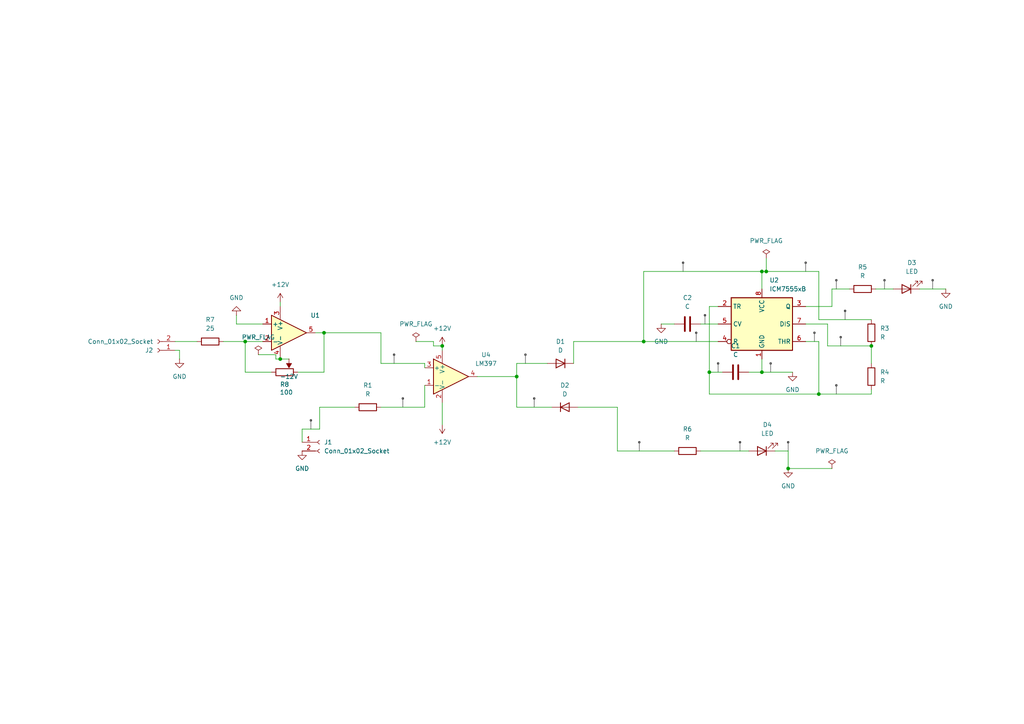
<source format=kicad_sch>
(kicad_sch
	(version 20231120)
	(generator "eeschema")
	(generator_version "8.0")
	(uuid "473c1abe-124d-476b-aed0-8cfb11040d8b")
	(paper "A4")
	(title_block
		(title "first")
		(date "2024-07-09")
		(rev "v")
	)
	(lib_symbols
		(symbol "Comparator:LM397"
			(pin_names
				(offset 0.127)
			)
			(exclude_from_sim no)
			(in_bom yes)
			(on_board yes)
			(property "Reference" "U"
				(at 1.27 5.08 0)
				(effects
					(font
						(size 1.27 1.27)
					)
				)
			)
			(property "Value" "LM397"
				(at 3.81 -5.08 0)
				(effects
					(font
						(size 1.27 1.27)
					)
				)
			)
			(property "Footprint" "Package_TO_SOT_SMD:SOT-23-5"
				(at 1.27 -15.24 0)
				(effects
					(font
						(size 1.27 1.27)
					)
					(hide yes)
				)
			)
			(property "Datasheet" "http://www.ti.com/lit/ds/symlink/lm397.pdf"
				(at 0 5.08 0)
				(effects
					(font
						(size 1.27 1.27)
					)
					(hide yes)
				)
			)
			(property "Description" "Single General-Purpose Voltage Comparator with Open-Collector Output, SOT-23-5"
				(at 0 0 0)
				(effects
					(font
						(size 1.27 1.27)
					)
					(hide yes)
				)
			)
			(property "ki_keywords" "single comparator"
				(at 0 0 0)
				(effects
					(font
						(size 1.27 1.27)
					)
					(hide yes)
				)
			)
			(property "ki_fp_filters" "SOT?23*"
				(at 0 0 0)
				(effects
					(font
						(size 1.27 1.27)
					)
					(hide yes)
				)
			)
			(symbol "LM397_0_1"
				(polyline
					(pts
						(xy -5.08 5.08) (xy 5.08 0) (xy -5.08 -5.08) (xy -5.08 5.08)
					)
					(stroke
						(width 0.254)
						(type default)
					)
					(fill
						(type background)
					)
				)
			)
			(symbol "LM397_1_1"
				(pin input line
					(at -7.62 -2.54 0)
					(length 2.54)
					(name "-"
						(effects
							(font
								(size 1.27 1.27)
							)
						)
					)
					(number "1"
						(effects
							(font
								(size 1.27 1.27)
							)
						)
					)
				)
				(pin power_in line
					(at -2.54 -7.62 90)
					(length 3.81)
					(name "V-"
						(effects
							(font
								(size 1.27 1.27)
							)
						)
					)
					(number "2"
						(effects
							(font
								(size 1.27 1.27)
							)
						)
					)
				)
				(pin input line
					(at -7.62 2.54 0)
					(length 2.54)
					(name "+"
						(effects
							(font
								(size 1.27 1.27)
							)
						)
					)
					(number "3"
						(effects
							(font
								(size 1.27 1.27)
							)
						)
					)
				)
				(pin open_collector line
					(at 7.62 0 180)
					(length 2.54)
					(name "~"
						(effects
							(font
								(size 1.27 1.27)
							)
						)
					)
					(number "4"
						(effects
							(font
								(size 1.27 1.27)
							)
						)
					)
				)
				(pin power_in line
					(at -2.54 7.62 270)
					(length 3.81)
					(name "V+"
						(effects
							(font
								(size 1.27 1.27)
							)
						)
					)
					(number "5"
						(effects
							(font
								(size 1.27 1.27)
							)
						)
					)
				)
			)
		)
		(symbol "Connector:Conn_01x02_Socket"
			(pin_names
				(offset 1.016) hide)
			(exclude_from_sim no)
			(in_bom yes)
			(on_board yes)
			(property "Reference" "J"
				(at 0 2.54 0)
				(effects
					(font
						(size 1.27 1.27)
					)
				)
			)
			(property "Value" "Conn_01x02_Socket"
				(at 0 -5.08 0)
				(effects
					(font
						(size 1.27 1.27)
					)
				)
			)
			(property "Footprint" ""
				(at 0 0 0)
				(effects
					(font
						(size 1.27 1.27)
					)
					(hide yes)
				)
			)
			(property "Datasheet" "~"
				(at 0 0 0)
				(effects
					(font
						(size 1.27 1.27)
					)
					(hide yes)
				)
			)
			(property "Description" "Generic connector, single row, 01x02, script generated"
				(at 0 0 0)
				(effects
					(font
						(size 1.27 1.27)
					)
					(hide yes)
				)
			)
			(property "ki_locked" ""
				(at 0 0 0)
				(effects
					(font
						(size 1.27 1.27)
					)
				)
			)
			(property "ki_keywords" "connector"
				(at 0 0 0)
				(effects
					(font
						(size 1.27 1.27)
					)
					(hide yes)
				)
			)
			(property "ki_fp_filters" "Connector*:*_1x??_*"
				(at 0 0 0)
				(effects
					(font
						(size 1.27 1.27)
					)
					(hide yes)
				)
			)
			(symbol "Conn_01x02_Socket_1_1"
				(arc
					(start 0 -2.032)
					(mid -0.5058 -2.54)
					(end 0 -3.048)
					(stroke
						(width 0.1524)
						(type default)
					)
					(fill
						(type none)
					)
				)
				(polyline
					(pts
						(xy -1.27 -2.54) (xy -0.508 -2.54)
					)
					(stroke
						(width 0.1524)
						(type default)
					)
					(fill
						(type none)
					)
				)
				(polyline
					(pts
						(xy -1.27 0) (xy -0.508 0)
					)
					(stroke
						(width 0.1524)
						(type default)
					)
					(fill
						(type none)
					)
				)
				(arc
					(start 0 0.508)
					(mid -0.5058 0)
					(end 0 -0.508)
					(stroke
						(width 0.1524)
						(type default)
					)
					(fill
						(type none)
					)
				)
				(pin passive line
					(at -5.08 0 0)
					(length 3.81)
					(name "Pin_1"
						(effects
							(font
								(size 1.27 1.27)
							)
						)
					)
					(number "1"
						(effects
							(font
								(size 1.27 1.27)
							)
						)
					)
				)
				(pin passive line
					(at -5.08 -2.54 0)
					(length 3.81)
					(name "Pin_2"
						(effects
							(font
								(size 1.27 1.27)
							)
						)
					)
					(number "2"
						(effects
							(font
								(size 1.27 1.27)
							)
						)
					)
				)
			)
		)
		(symbol "Device:C"
			(pin_numbers hide)
			(pin_names
				(offset 0.254)
			)
			(exclude_from_sim no)
			(in_bom yes)
			(on_board yes)
			(property "Reference" "C"
				(at 0.635 2.54 0)
				(effects
					(font
						(size 1.27 1.27)
					)
					(justify left)
				)
			)
			(property "Value" "C"
				(at 0.635 -2.54 0)
				(effects
					(font
						(size 1.27 1.27)
					)
					(justify left)
				)
			)
			(property "Footprint" ""
				(at 0.9652 -3.81 0)
				(effects
					(font
						(size 1.27 1.27)
					)
					(hide yes)
				)
			)
			(property "Datasheet" "~"
				(at 0 0 0)
				(effects
					(font
						(size 1.27 1.27)
					)
					(hide yes)
				)
			)
			(property "Description" "Unpolarized capacitor"
				(at 0 0 0)
				(effects
					(font
						(size 1.27 1.27)
					)
					(hide yes)
				)
			)
			(property "ki_keywords" "cap capacitor"
				(at 0 0 0)
				(effects
					(font
						(size 1.27 1.27)
					)
					(hide yes)
				)
			)
			(property "ki_fp_filters" "C_*"
				(at 0 0 0)
				(effects
					(font
						(size 1.27 1.27)
					)
					(hide yes)
				)
			)
			(symbol "C_0_1"
				(polyline
					(pts
						(xy -2.032 -0.762) (xy 2.032 -0.762)
					)
					(stroke
						(width 0.508)
						(type default)
					)
					(fill
						(type none)
					)
				)
				(polyline
					(pts
						(xy -2.032 0.762) (xy 2.032 0.762)
					)
					(stroke
						(width 0.508)
						(type default)
					)
					(fill
						(type none)
					)
				)
			)
			(symbol "C_1_1"
				(pin passive line
					(at 0 3.81 270)
					(length 2.794)
					(name "~"
						(effects
							(font
								(size 1.27 1.27)
							)
						)
					)
					(number "1"
						(effects
							(font
								(size 1.27 1.27)
							)
						)
					)
				)
				(pin passive line
					(at 0 -3.81 90)
					(length 2.794)
					(name "~"
						(effects
							(font
								(size 1.27 1.27)
							)
						)
					)
					(number "2"
						(effects
							(font
								(size 1.27 1.27)
							)
						)
					)
				)
			)
		)
		(symbol "Device:D"
			(pin_numbers hide)
			(pin_names
				(offset 1.016) hide)
			(exclude_from_sim no)
			(in_bom yes)
			(on_board yes)
			(property "Reference" "D"
				(at 0 2.54 0)
				(effects
					(font
						(size 1.27 1.27)
					)
				)
			)
			(property "Value" "D"
				(at 0 -2.54 0)
				(effects
					(font
						(size 1.27 1.27)
					)
				)
			)
			(property "Footprint" ""
				(at 0 0 0)
				(effects
					(font
						(size 1.27 1.27)
					)
					(hide yes)
				)
			)
			(property "Datasheet" "~"
				(at 0 0 0)
				(effects
					(font
						(size 1.27 1.27)
					)
					(hide yes)
				)
			)
			(property "Description" "Diode"
				(at 0 0 0)
				(effects
					(font
						(size 1.27 1.27)
					)
					(hide yes)
				)
			)
			(property "Sim.Device" "D"
				(at 0 0 0)
				(effects
					(font
						(size 1.27 1.27)
					)
					(hide yes)
				)
			)
			(property "Sim.Pins" "1=K 2=A"
				(at 0 0 0)
				(effects
					(font
						(size 1.27 1.27)
					)
					(hide yes)
				)
			)
			(property "ki_keywords" "diode"
				(at 0 0 0)
				(effects
					(font
						(size 1.27 1.27)
					)
					(hide yes)
				)
			)
			(property "ki_fp_filters" "TO-???* *_Diode_* *SingleDiode* D_*"
				(at 0 0 0)
				(effects
					(font
						(size 1.27 1.27)
					)
					(hide yes)
				)
			)
			(symbol "D_0_1"
				(polyline
					(pts
						(xy -1.27 1.27) (xy -1.27 -1.27)
					)
					(stroke
						(width 0.254)
						(type default)
					)
					(fill
						(type none)
					)
				)
				(polyline
					(pts
						(xy 1.27 0) (xy -1.27 0)
					)
					(stroke
						(width 0)
						(type default)
					)
					(fill
						(type none)
					)
				)
				(polyline
					(pts
						(xy 1.27 1.27) (xy 1.27 -1.27) (xy -1.27 0) (xy 1.27 1.27)
					)
					(stroke
						(width 0.254)
						(type default)
					)
					(fill
						(type none)
					)
				)
			)
			(symbol "D_1_1"
				(pin passive line
					(at -3.81 0 0)
					(length 2.54)
					(name "K"
						(effects
							(font
								(size 1.27 1.27)
							)
						)
					)
					(number "1"
						(effects
							(font
								(size 1.27 1.27)
							)
						)
					)
				)
				(pin passive line
					(at 3.81 0 180)
					(length 2.54)
					(name "A"
						(effects
							(font
								(size 1.27 1.27)
							)
						)
					)
					(number "2"
						(effects
							(font
								(size 1.27 1.27)
							)
						)
					)
				)
			)
		)
		(symbol "Device:LED"
			(pin_numbers hide)
			(pin_names
				(offset 1.016) hide)
			(exclude_from_sim no)
			(in_bom yes)
			(on_board yes)
			(property "Reference" "D"
				(at 0 2.54 0)
				(effects
					(font
						(size 1.27 1.27)
					)
				)
			)
			(property "Value" "LED"
				(at 0 -2.54 0)
				(effects
					(font
						(size 1.27 1.27)
					)
				)
			)
			(property "Footprint" ""
				(at 0 0 0)
				(effects
					(font
						(size 1.27 1.27)
					)
					(hide yes)
				)
			)
			(property "Datasheet" "~"
				(at 0 0 0)
				(effects
					(font
						(size 1.27 1.27)
					)
					(hide yes)
				)
			)
			(property "Description" "Light emitting diode"
				(at 0 0 0)
				(effects
					(font
						(size 1.27 1.27)
					)
					(hide yes)
				)
			)
			(property "ki_keywords" "LED diode"
				(at 0 0 0)
				(effects
					(font
						(size 1.27 1.27)
					)
					(hide yes)
				)
			)
			(property "ki_fp_filters" "LED* LED_SMD:* LED_THT:*"
				(at 0 0 0)
				(effects
					(font
						(size 1.27 1.27)
					)
					(hide yes)
				)
			)
			(symbol "LED_0_1"
				(polyline
					(pts
						(xy -1.27 -1.27) (xy -1.27 1.27)
					)
					(stroke
						(width 0.254)
						(type default)
					)
					(fill
						(type none)
					)
				)
				(polyline
					(pts
						(xy -1.27 0) (xy 1.27 0)
					)
					(stroke
						(width 0)
						(type default)
					)
					(fill
						(type none)
					)
				)
				(polyline
					(pts
						(xy 1.27 -1.27) (xy 1.27 1.27) (xy -1.27 0) (xy 1.27 -1.27)
					)
					(stroke
						(width 0.254)
						(type default)
					)
					(fill
						(type none)
					)
				)
				(polyline
					(pts
						(xy -3.048 -0.762) (xy -4.572 -2.286) (xy -3.81 -2.286) (xy -4.572 -2.286) (xy -4.572 -1.524)
					)
					(stroke
						(width 0)
						(type default)
					)
					(fill
						(type none)
					)
				)
				(polyline
					(pts
						(xy -1.778 -0.762) (xy -3.302 -2.286) (xy -2.54 -2.286) (xy -3.302 -2.286) (xy -3.302 -1.524)
					)
					(stroke
						(width 0)
						(type default)
					)
					(fill
						(type none)
					)
				)
			)
			(symbol "LED_1_1"
				(pin passive line
					(at -3.81 0 0)
					(length 2.54)
					(name "K"
						(effects
							(font
								(size 1.27 1.27)
							)
						)
					)
					(number "1"
						(effects
							(font
								(size 1.27 1.27)
							)
						)
					)
				)
				(pin passive line
					(at 3.81 0 180)
					(length 2.54)
					(name "A"
						(effects
							(font
								(size 1.27 1.27)
							)
						)
					)
					(number "2"
						(effects
							(font
								(size 1.27 1.27)
							)
						)
					)
				)
			)
		)
		(symbol "Device:R"
			(pin_numbers hide)
			(pin_names
				(offset 0)
			)
			(exclude_from_sim no)
			(in_bom yes)
			(on_board yes)
			(property "Reference" "R"
				(at 2.032 0 90)
				(effects
					(font
						(size 1.27 1.27)
					)
				)
			)
			(property "Value" "R"
				(at 0 0 90)
				(effects
					(font
						(size 1.27 1.27)
					)
				)
			)
			(property "Footprint" ""
				(at -1.778 0 90)
				(effects
					(font
						(size 1.27 1.27)
					)
					(hide yes)
				)
			)
			(property "Datasheet" "~"
				(at 0 0 0)
				(effects
					(font
						(size 1.27 1.27)
					)
					(hide yes)
				)
			)
			(property "Description" "Resistor"
				(at 0 0 0)
				(effects
					(font
						(size 1.27 1.27)
					)
					(hide yes)
				)
			)
			(property "ki_keywords" "R res resistor"
				(at 0 0 0)
				(effects
					(font
						(size 1.27 1.27)
					)
					(hide yes)
				)
			)
			(property "ki_fp_filters" "R_*"
				(at 0 0 0)
				(effects
					(font
						(size 1.27 1.27)
					)
					(hide yes)
				)
			)
			(symbol "R_0_1"
				(rectangle
					(start -1.016 -2.54)
					(end 1.016 2.54)
					(stroke
						(width 0.254)
						(type default)
					)
					(fill
						(type none)
					)
				)
			)
			(symbol "R_1_1"
				(pin passive line
					(at 0 3.81 270)
					(length 1.27)
					(name "~"
						(effects
							(font
								(size 1.27 1.27)
							)
						)
					)
					(number "1"
						(effects
							(font
								(size 1.27 1.27)
							)
						)
					)
				)
				(pin passive line
					(at 0 -3.81 90)
					(length 1.27)
					(name "~"
						(effects
							(font
								(size 1.27 1.27)
							)
						)
					)
					(number "2"
						(effects
							(font
								(size 1.27 1.27)
							)
						)
					)
				)
			)
		)
		(symbol "Simulation_SPICE:OPAMP"
			(pin_names
				(offset 0.254)
			)
			(exclude_from_sim no)
			(in_bom yes)
			(on_board yes)
			(property "Reference" "U"
				(at 3.81 3.175 0)
				(effects
					(font
						(size 1.27 1.27)
					)
					(justify left)
				)
			)
			(property "Value" "${SIM.PARAMS}"
				(at 3.81 -3.175 0)
				(effects
					(font
						(size 1.27 1.27)
					)
					(justify left)
				)
			)
			(property "Footprint" ""
				(at 0 0 0)
				(effects
					(font
						(size 1.27 1.27)
					)
					(hide yes)
				)
			)
			(property "Datasheet" "https://ngspice.sourceforge.io/docs/ngspice-html-manual/manual.xhtml#sec__SUBCKT_Subcircuits"
				(at 0 0 0)
				(effects
					(font
						(size 1.27 1.27)
					)
					(hide yes)
				)
			)
			(property "Description" "Operational amplifier, single, node sequence=1:+ 2:- 3:OUT 4:V+ 5:V-"
				(at 0 0 0)
				(effects
					(font
						(size 1.27 1.27)
					)
					(hide yes)
				)
			)
			(property "Sim.Pins" "1=in+ 2=in- 3=vcc 4=vee 5=out"
				(at 0 0 0)
				(effects
					(font
						(size 1.27 1.27)
					)
					(hide yes)
				)
			)
			(property "Sim.Device" "SUBCKT"
				(at 0 0 0)
				(effects
					(font
						(size 1.27 1.27)
					)
					(justify left)
					(hide yes)
				)
			)
			(property "Sim.Library" "${KICAD7_SYMBOL_DIR}/Simulation_SPICE.sp"
				(at 0 0 0)
				(effects
					(font
						(size 1.27 1.27)
					)
					(hide yes)
				)
			)
			(property "Sim.Name" "kicad_builtin_opamp"
				(at 0 0 0)
				(effects
					(font
						(size 1.27 1.27)
					)
					(hide yes)
				)
			)
			(property "ki_keywords" "simulation"
				(at 0 0 0)
				(effects
					(font
						(size 1.27 1.27)
					)
					(hide yes)
				)
			)
			(symbol "OPAMP_0_1"
				(polyline
					(pts
						(xy 5.08 0) (xy -5.08 5.08) (xy -5.08 -5.08) (xy 5.08 0)
					)
					(stroke
						(width 0.254)
						(type default)
					)
					(fill
						(type background)
					)
				)
			)
			(symbol "OPAMP_1_1"
				(pin input line
					(at -7.62 2.54 0)
					(length 2.54)
					(name "+"
						(effects
							(font
								(size 1.27 1.27)
							)
						)
					)
					(number "1"
						(effects
							(font
								(size 1.27 1.27)
							)
						)
					)
				)
				(pin input line
					(at -7.62 -2.54 0)
					(length 2.54)
					(name "-"
						(effects
							(font
								(size 1.27 1.27)
							)
						)
					)
					(number "2"
						(effects
							(font
								(size 1.27 1.27)
							)
						)
					)
				)
				(pin power_in line
					(at -2.54 7.62 270)
					(length 3.81)
					(name "V+"
						(effects
							(font
								(size 1.27 1.27)
							)
						)
					)
					(number "3"
						(effects
							(font
								(size 1.27 1.27)
							)
						)
					)
				)
				(pin power_in line
					(at -2.54 -7.62 90)
					(length 3.81)
					(name "V-"
						(effects
							(font
								(size 1.27 1.27)
							)
						)
					)
					(number "4"
						(effects
							(font
								(size 1.27 1.27)
							)
						)
					)
				)
				(pin output line
					(at 7.62 0 180)
					(length 2.54)
					(name "~"
						(effects
							(font
								(size 1.27 1.27)
							)
						)
					)
					(number "5"
						(effects
							(font
								(size 1.27 1.27)
							)
						)
					)
				)
			)
		)
		(symbol "Timer:ICM7555xB"
			(exclude_from_sim no)
			(in_bom yes)
			(on_board yes)
			(property "Reference" "U"
				(at -10.16 8.89 0)
				(effects
					(font
						(size 1.27 1.27)
					)
					(justify left)
				)
			)
			(property "Value" "ICM7555xB"
				(at 2.54 8.89 0)
				(effects
					(font
						(size 1.27 1.27)
					)
					(justify left)
				)
			)
			(property "Footprint" "Package_SO:SOIC-8_3.9x4.9mm_P1.27mm"
				(at 21.59 -10.16 0)
				(effects
					(font
						(size 1.27 1.27)
					)
					(hide yes)
				)
			)
			(property "Datasheet" "http://www.intersil.com/content/dam/Intersil/documents/icm7/icm7555-56.pdf"
				(at 21.59 -10.16 0)
				(effects
					(font
						(size 1.27 1.27)
					)
					(hide yes)
				)
			)
			(property "Description" "CMOS General Purpose Timer, 555 compatible, SOIC-8"
				(at 0 0 0)
				(effects
					(font
						(size 1.27 1.27)
					)
					(hide yes)
				)
			)
			(property "ki_keywords" "single timer 555"
				(at 0 0 0)
				(effects
					(font
						(size 1.27 1.27)
					)
					(hide yes)
				)
			)
			(property "ki_fp_filters" "SOIC*3.9x4.9mm*P1.27mm*"
				(at 0 0 0)
				(effects
					(font
						(size 1.27 1.27)
					)
					(hide yes)
				)
			)
			(symbol "ICM7555xB_0_0"
				(pin power_in line
					(at 0 -10.16 90)
					(length 2.54)
					(name "GND"
						(effects
							(font
								(size 1.27 1.27)
							)
						)
					)
					(number "1"
						(effects
							(font
								(size 1.27 1.27)
							)
						)
					)
				)
				(pin power_in line
					(at 0 10.16 270)
					(length 2.54)
					(name "VCC"
						(effects
							(font
								(size 1.27 1.27)
							)
						)
					)
					(number "8"
						(effects
							(font
								(size 1.27 1.27)
							)
						)
					)
				)
			)
			(symbol "ICM7555xB_0_1"
				(rectangle
					(start -8.89 -7.62)
					(end 8.89 7.62)
					(stroke
						(width 0.254)
						(type default)
					)
					(fill
						(type background)
					)
				)
				(rectangle
					(start -8.89 -7.62)
					(end 8.89 7.62)
					(stroke
						(width 0.254)
						(type default)
					)
					(fill
						(type background)
					)
				)
			)
			(symbol "ICM7555xB_1_1"
				(pin input line
					(at -12.7 5.08 0)
					(length 3.81)
					(name "TR"
						(effects
							(font
								(size 1.27 1.27)
							)
						)
					)
					(number "2"
						(effects
							(font
								(size 1.27 1.27)
							)
						)
					)
				)
				(pin output line
					(at 12.7 5.08 180)
					(length 3.81)
					(name "Q"
						(effects
							(font
								(size 1.27 1.27)
							)
						)
					)
					(number "3"
						(effects
							(font
								(size 1.27 1.27)
							)
						)
					)
				)
				(pin input inverted
					(at -12.7 -5.08 0)
					(length 3.81)
					(name "R"
						(effects
							(font
								(size 1.27 1.27)
							)
						)
					)
					(number "4"
						(effects
							(font
								(size 1.27 1.27)
							)
						)
					)
				)
				(pin input line
					(at -12.7 0 0)
					(length 3.81)
					(name "CV"
						(effects
							(font
								(size 1.27 1.27)
							)
						)
					)
					(number "5"
						(effects
							(font
								(size 1.27 1.27)
							)
						)
					)
				)
				(pin input line
					(at 12.7 -5.08 180)
					(length 3.81)
					(name "THR"
						(effects
							(font
								(size 1.27 1.27)
							)
						)
					)
					(number "6"
						(effects
							(font
								(size 1.27 1.27)
							)
						)
					)
				)
				(pin input line
					(at 12.7 0 180)
					(length 3.81)
					(name "DIS"
						(effects
							(font
								(size 1.27 1.27)
							)
						)
					)
					(number "7"
						(effects
							(font
								(size 1.27 1.27)
							)
						)
					)
				)
			)
		)
		(symbol "power:+12V"
			(power)
			(pin_numbers hide)
			(pin_names
				(offset 0) hide)
			(exclude_from_sim no)
			(in_bom yes)
			(on_board yes)
			(property "Reference" "#PWR"
				(at 0 -3.81 0)
				(effects
					(font
						(size 1.27 1.27)
					)
					(hide yes)
				)
			)
			(property "Value" "+12V"
				(at 0 3.556 0)
				(effects
					(font
						(size 1.27 1.27)
					)
				)
			)
			(property "Footprint" ""
				(at 0 0 0)
				(effects
					(font
						(size 1.27 1.27)
					)
					(hide yes)
				)
			)
			(property "Datasheet" ""
				(at 0 0 0)
				(effects
					(font
						(size 1.27 1.27)
					)
					(hide yes)
				)
			)
			(property "Description" "Power symbol creates a global label with name \"+12V\""
				(at 0 0 0)
				(effects
					(font
						(size 1.27 1.27)
					)
					(hide yes)
				)
			)
			(property "ki_keywords" "global power"
				(at 0 0 0)
				(effects
					(font
						(size 1.27 1.27)
					)
					(hide yes)
				)
			)
			(symbol "+12V_0_1"
				(polyline
					(pts
						(xy -0.762 1.27) (xy 0 2.54)
					)
					(stroke
						(width 0)
						(type default)
					)
					(fill
						(type none)
					)
				)
				(polyline
					(pts
						(xy 0 0) (xy 0 2.54)
					)
					(stroke
						(width 0)
						(type default)
					)
					(fill
						(type none)
					)
				)
				(polyline
					(pts
						(xy 0 2.54) (xy 0.762 1.27)
					)
					(stroke
						(width 0)
						(type default)
					)
					(fill
						(type none)
					)
				)
			)
			(symbol "+12V_1_1"
				(pin power_in line
					(at 0 0 90)
					(length 0)
					(name "~"
						(effects
							(font
								(size 1.27 1.27)
							)
						)
					)
					(number "1"
						(effects
							(font
								(size 1.27 1.27)
							)
						)
					)
				)
			)
		)
		(symbol "power:-12V"
			(power)
			(pin_numbers hide)
			(pin_names
				(offset 0) hide)
			(exclude_from_sim no)
			(in_bom yes)
			(on_board yes)
			(property "Reference" "#PWR"
				(at 0 -3.81 0)
				(effects
					(font
						(size 1.27 1.27)
					)
					(hide yes)
				)
			)
			(property "Value" "-12V"
				(at 0 3.556 0)
				(effects
					(font
						(size 1.27 1.27)
					)
				)
			)
			(property "Footprint" ""
				(at 0 0 0)
				(effects
					(font
						(size 1.27 1.27)
					)
					(hide yes)
				)
			)
			(property "Datasheet" ""
				(at 0 0 0)
				(effects
					(font
						(size 1.27 1.27)
					)
					(hide yes)
				)
			)
			(property "Description" "Power symbol creates a global label with name \"-12V\""
				(at 0 0 0)
				(effects
					(font
						(size 1.27 1.27)
					)
					(hide yes)
				)
			)
			(property "ki_keywords" "global power"
				(at 0 0 0)
				(effects
					(font
						(size 1.27 1.27)
					)
					(hide yes)
				)
			)
			(symbol "-12V_0_0"
				(pin power_in line
					(at 0 0 90)
					(length 0)
					(name "~"
						(effects
							(font
								(size 1.27 1.27)
							)
						)
					)
					(number "1"
						(effects
							(font
								(size 1.27 1.27)
							)
						)
					)
				)
			)
			(symbol "-12V_0_1"
				(polyline
					(pts
						(xy 0 0) (xy 0 1.27) (xy 0.762 1.27) (xy 0 2.54) (xy -0.762 1.27) (xy 0 1.27)
					)
					(stroke
						(width 0)
						(type default)
					)
					(fill
						(type outline)
					)
				)
			)
		)
		(symbol "power:GND"
			(power)
			(pin_numbers hide)
			(pin_names
				(offset 0) hide)
			(exclude_from_sim no)
			(in_bom yes)
			(on_board yes)
			(property "Reference" "#PWR"
				(at 0 -6.35 0)
				(effects
					(font
						(size 1.27 1.27)
					)
					(hide yes)
				)
			)
			(property "Value" "GND"
				(at 0 -3.81 0)
				(effects
					(font
						(size 1.27 1.27)
					)
				)
			)
			(property "Footprint" ""
				(at 0 0 0)
				(effects
					(font
						(size 1.27 1.27)
					)
					(hide yes)
				)
			)
			(property "Datasheet" ""
				(at 0 0 0)
				(effects
					(font
						(size 1.27 1.27)
					)
					(hide yes)
				)
			)
			(property "Description" "Power symbol creates a global label with name \"GND\" , ground"
				(at 0 0 0)
				(effects
					(font
						(size 1.27 1.27)
					)
					(hide yes)
				)
			)
			(property "ki_keywords" "global power"
				(at 0 0 0)
				(effects
					(font
						(size 1.27 1.27)
					)
					(hide yes)
				)
			)
			(symbol "GND_0_1"
				(polyline
					(pts
						(xy 0 0) (xy 0 -1.27) (xy 1.27 -1.27) (xy 0 -2.54) (xy -1.27 -1.27) (xy 0 -1.27)
					)
					(stroke
						(width 0)
						(type default)
					)
					(fill
						(type none)
					)
				)
			)
			(symbol "GND_1_1"
				(pin power_in line
					(at 0 0 270)
					(length 0)
					(name "~"
						(effects
							(font
								(size 1.27 1.27)
							)
						)
					)
					(number "1"
						(effects
							(font
								(size 1.27 1.27)
							)
						)
					)
				)
			)
		)
		(symbol "power:PWR_FLAG"
			(power)
			(pin_numbers hide)
			(pin_names
				(offset 0) hide)
			(exclude_from_sim no)
			(in_bom yes)
			(on_board yes)
			(property "Reference" "#FLG"
				(at 0 1.905 0)
				(effects
					(font
						(size 1.27 1.27)
					)
					(hide yes)
				)
			)
			(property "Value" "PWR_FLAG"
				(at 0 3.81 0)
				(effects
					(font
						(size 1.27 1.27)
					)
				)
			)
			(property "Footprint" ""
				(at 0 0 0)
				(effects
					(font
						(size 1.27 1.27)
					)
					(hide yes)
				)
			)
			(property "Datasheet" "~"
				(at 0 0 0)
				(effects
					(font
						(size 1.27 1.27)
					)
					(hide yes)
				)
			)
			(property "Description" "Special symbol for telling ERC where power comes from"
				(at 0 0 0)
				(effects
					(font
						(size 1.27 1.27)
					)
					(hide yes)
				)
			)
			(property "ki_keywords" "flag power"
				(at 0 0 0)
				(effects
					(font
						(size 1.27 1.27)
					)
					(hide yes)
				)
			)
			(symbol "PWR_FLAG_0_0"
				(pin power_out line
					(at 0 0 90)
					(length 0)
					(name "~"
						(effects
							(font
								(size 1.27 1.27)
							)
						)
					)
					(number "1"
						(effects
							(font
								(size 1.27 1.27)
							)
						)
					)
				)
			)
			(symbol "PWR_FLAG_0_1"
				(polyline
					(pts
						(xy 0 0) (xy 0 1.27) (xy -1.016 1.905) (xy 0 2.54) (xy 1.016 1.905) (xy 0 1.27)
					)
					(stroke
						(width 0)
						(type default)
					)
					(fill
						(type none)
					)
				)
			)
		)
	)
	(junction
		(at 228.6 135.89)
		(diameter 0)
		(color 0 0 0 0)
		(uuid "191b126d-6bf3-4afd-8af3-9512c2190a4f")
	)
	(junction
		(at 222.25 78.74)
		(diameter 0)
		(color 0 0 0 0)
		(uuid "1fc96487-8dc6-41b6-96f0-298b4dfb3370")
	)
	(junction
		(at 93.98 96.52)
		(diameter 0)
		(color 0 0 0 0)
		(uuid "3f0e7556-f057-4a7b-9442-e64355328cfe")
	)
	(junction
		(at 81.28 104.14)
		(diameter 0)
		(color 0 0 0 0)
		(uuid "450f9f23-1d8b-4a8d-bdb9-4ad0733a5f93")
	)
	(junction
		(at 186.69 99.06)
		(diameter 0)
		(color 0 0 0 0)
		(uuid "4e3d03b5-9c6b-4d8c-b3d8-31850673ef25")
	)
	(junction
		(at 252.73 100.33)
		(diameter 0)
		(color 0 0 0 0)
		(uuid "77d21b38-fd6c-4e5a-b353-d4421bc182ed")
	)
	(junction
		(at 220.98 78.74)
		(diameter 0)
		(color 0 0 0 0)
		(uuid "7a59b273-8839-4a71-acd4-5e720b22ed20")
	)
	(junction
		(at 149.86 109.22)
		(diameter 0)
		(color 0 0 0 0)
		(uuid "8630379c-0c2f-4f22-b1e1-206ede20abb1")
	)
	(junction
		(at 220.98 107.95)
		(diameter 0)
		(color 0 0 0 0)
		(uuid "8905953c-7eff-4dc2-abbf-b49bd78213d4")
	)
	(junction
		(at 71.12 99.06)
		(diameter 0)
		(color 0 0 0 0)
		(uuid "9523fe9d-67ce-4c0c-9b59-5e76c07a0cf4")
	)
	(junction
		(at 205.74 107.95)
		(diameter 0)
		(color 0 0 0 0)
		(uuid "a2d1c505-59e2-4416-878a-823862822f69")
	)
	(junction
		(at 128.27 100.33)
		(diameter 0)
		(color 0 0 0 0)
		(uuid "d9315a83-78cc-4180-ace9-3ddc6618f4bf")
	)
	(junction
		(at 237.49 114.3)
		(diameter 0)
		(color 0 0 0 0)
		(uuid "ec7a4a55-6b91-4392-a5d1-fbafc1638d5f")
	)
	(wire
		(pts
			(xy 92.71 118.11) (xy 102.87 118.11)
		)
		(stroke
			(width 0)
			(type default)
		)
		(uuid "02c310d8-c2ca-4d48-a444-c64485ffb637")
	)
	(wire
		(pts
			(xy 179.07 118.11) (xy 179.07 130.81)
		)
		(stroke
			(width 0)
			(type default)
		)
		(uuid "04987102-f124-44f3-a705-aa690e6d90ff")
	)
	(wire
		(pts
			(xy 71.12 107.95) (xy 78.74 107.95)
		)
		(stroke
			(width 0)
			(type default)
		)
		(uuid "05dbc2e9-1aaa-4676-be7f-997fd4ae4986")
	)
	(wire
		(pts
			(xy 80.01 104.14) (xy 81.28 104.14)
		)
		(stroke
			(width 0)
			(type default)
		)
		(uuid "08901788-bc3f-4332-8036-35be75057f4a")
	)
	(wire
		(pts
			(xy 123.19 118.11) (xy 123.19 111.76)
		)
		(stroke
			(width 0)
			(type default)
		)
		(uuid "0d96dd80-9629-494e-8384-8484f1af8dc8")
	)
	(wire
		(pts
			(xy 191.77 93.98) (xy 195.58 93.98)
		)
		(stroke
			(width 0)
			(type default)
		)
		(uuid "0deb275f-5efd-4c68-bb51-32961a244467")
	)
	(wire
		(pts
			(xy 149.86 105.41) (xy 158.75 105.41)
		)
		(stroke
			(width 0)
			(type default)
		)
		(uuid "11508bb3-ca0a-4f2c-9382-65bbe89dc50b")
	)
	(wire
		(pts
			(xy 228.6 130.81) (xy 228.6 135.89)
		)
		(stroke
			(width 0)
			(type default)
		)
		(uuid "155bd7d2-3d8b-4aeb-9c72-fdb86f2b4913")
	)
	(wire
		(pts
			(xy 266.7 83.82) (xy 274.32 83.82)
		)
		(stroke
			(width 0)
			(type default)
		)
		(uuid "173ec035-364e-484c-bcaa-1dee3109df9d")
	)
	(wire
		(pts
			(xy 86.36 107.95) (xy 93.98 107.95)
		)
		(stroke
			(width 0)
			(type default)
		)
		(uuid "1b12b856-61fb-4e3c-85ef-d8b6bbd5af00")
	)
	(wire
		(pts
			(xy 123.19 105.41) (xy 123.19 106.68)
		)
		(stroke
			(width 0)
			(type default)
		)
		(uuid "2355d066-a301-4b97-8428-fa779ea98c33")
	)
	(wire
		(pts
			(xy 120.65 99.06) (xy 125.73 99.06)
		)
		(stroke
			(width 0)
			(type default)
		)
		(uuid "24991928-5087-4163-b296-e88d96a821ce")
	)
	(wire
		(pts
			(xy 74.93 102.87) (xy 80.01 102.87)
		)
		(stroke
			(width 0)
			(type default)
		)
		(uuid "262339fb-55f6-481b-a764-c6e56b08b193")
	)
	(wire
		(pts
			(xy 237.49 78.74) (xy 237.49 92.71)
		)
		(stroke
			(width 0)
			(type default)
		)
		(uuid "270fa242-2a4b-481c-bfdf-275e4307fc8f")
	)
	(wire
		(pts
			(xy 228.6 135.89) (xy 241.3 135.89)
		)
		(stroke
			(width 0)
			(type default)
		)
		(uuid "2a25543b-a17e-4ce5-81f6-66614969e8bc")
	)
	(wire
		(pts
			(xy 110.49 118.11) (xy 123.19 118.11)
		)
		(stroke
			(width 0)
			(type default)
		)
		(uuid "2ae5dbfe-6a3d-4b40-971b-86966a08eabf")
	)
	(wire
		(pts
			(xy 237.49 92.71) (xy 252.73 92.71)
		)
		(stroke
			(width 0)
			(type default)
		)
		(uuid "2d431c29-1bde-4748-8ec2-0e85b57a87ed")
	)
	(wire
		(pts
			(xy 92.71 124.46) (xy 87.63 124.46)
		)
		(stroke
			(width 0)
			(type default)
		)
		(uuid "31561e2f-0e2f-4fbe-b180-808bd76930a1")
	)
	(wire
		(pts
			(xy 149.86 109.22) (xy 149.86 105.41)
		)
		(stroke
			(width 0)
			(type default)
		)
		(uuid "327b1d21-b125-474b-a2a8-d17c205b54cf")
	)
	(wire
		(pts
			(xy 128.27 100.33) (xy 128.27 101.6)
		)
		(stroke
			(width 0)
			(type default)
		)
		(uuid "3466c25e-4f6c-40dc-97db-7d5af998f451")
	)
	(wire
		(pts
			(xy 93.98 96.52) (xy 110.49 96.52)
		)
		(stroke
			(width 0)
			(type default)
		)
		(uuid "3f122230-69f4-4bcf-899a-c40c1c00b1cc")
	)
	(wire
		(pts
			(xy 205.74 88.9) (xy 205.74 107.95)
		)
		(stroke
			(width 0)
			(type default)
		)
		(uuid "437e7de7-ff2a-43fb-8ce5-2e49bcd4c027")
	)
	(wire
		(pts
			(xy 220.98 78.74) (xy 220.98 83.82)
		)
		(stroke
			(width 0)
			(type default)
		)
		(uuid "44a5112a-ae1b-49dd-b9a9-b607e6b9f430")
	)
	(wire
		(pts
			(xy 186.69 99.06) (xy 186.69 78.74)
		)
		(stroke
			(width 0)
			(type default)
		)
		(uuid "460dda45-ba17-483c-9bc0-5636fd804ec8")
	)
	(wire
		(pts
			(xy 233.68 99.06) (xy 237.49 99.06)
		)
		(stroke
			(width 0)
			(type default)
		)
		(uuid "46e9a21e-0e31-4052-a8c2-41a34fa0ab4b")
	)
	(wire
		(pts
			(xy 233.68 93.98) (xy 240.03 93.98)
		)
		(stroke
			(width 0)
			(type default)
		)
		(uuid "498a69a0-5806-4833-bd27-e2587044c558")
	)
	(wire
		(pts
			(xy 68.58 91.44) (xy 68.58 93.98)
		)
		(stroke
			(width 0)
			(type default)
		)
		(uuid "4c25a081-d5b9-4108-9d8c-eece3b877011")
	)
	(wire
		(pts
			(xy 167.64 118.11) (xy 179.07 118.11)
		)
		(stroke
			(width 0)
			(type default)
		)
		(uuid "4c645b3e-4649-45dd-932a-8f9ee304f63c")
	)
	(wire
		(pts
			(xy 125.73 99.06) (xy 125.73 100.33)
		)
		(stroke
			(width 0)
			(type default)
		)
		(uuid "4dcfcb8e-90a7-4340-903d-d2d1cc59f8ce")
	)
	(wire
		(pts
			(xy 240.03 93.98) (xy 240.03 100.33)
		)
		(stroke
			(width 0)
			(type default)
		)
		(uuid "50c800d1-f032-4842-bdc3-946695af1f97")
	)
	(wire
		(pts
			(xy 166.37 105.41) (xy 166.37 99.06)
		)
		(stroke
			(width 0)
			(type default)
		)
		(uuid "58c6ae67-2320-4056-9fe4-463206cb77b0")
	)
	(wire
		(pts
			(xy 91.44 96.52) (xy 93.98 96.52)
		)
		(stroke
			(width 0)
			(type default)
		)
		(uuid "59bd916b-6606-4827-b8a4-2f9e89640588")
	)
	(wire
		(pts
			(xy 80.01 102.87) (xy 80.01 104.14)
		)
		(stroke
			(width 0)
			(type default)
		)
		(uuid "5ab63ed7-89a3-438b-a702-202a28ebab5b")
	)
	(wire
		(pts
			(xy 205.74 107.95) (xy 205.74 114.3)
		)
		(stroke
			(width 0)
			(type default)
		)
		(uuid "5bda5eac-40c6-4c5b-9ec1-1383d4dab1ca")
	)
	(wire
		(pts
			(xy 166.37 99.06) (xy 186.69 99.06)
		)
		(stroke
			(width 0)
			(type default)
		)
		(uuid "5c2f150d-0f82-4f57-b0dd-5ec70f9f64e5")
	)
	(wire
		(pts
			(xy 138.43 109.22) (xy 149.86 109.22)
		)
		(stroke
			(width 0)
			(type default)
		)
		(uuid "6726bea1-d61b-430f-90b0-9d29b6ae5b15")
	)
	(wire
		(pts
			(xy 179.07 130.81) (xy 195.58 130.81)
		)
		(stroke
			(width 0)
			(type default)
		)
		(uuid "68c7ec40-17a0-441f-8ff4-a4db2f15a430")
	)
	(wire
		(pts
			(xy 203.2 130.81) (xy 217.17 130.81)
		)
		(stroke
			(width 0)
			(type default)
		)
		(uuid "6ef5cbdb-8090-406c-9c68-676fa598b01b")
	)
	(wire
		(pts
			(xy 71.12 99.06) (xy 71.12 107.95)
		)
		(stroke
			(width 0)
			(type default)
		)
		(uuid "712989d2-05ad-4737-8f66-f65dabb3fd7b")
	)
	(wire
		(pts
			(xy 128.27 116.84) (xy 128.27 123.19)
		)
		(stroke
			(width 0)
			(type default)
		)
		(uuid "75c6132f-964c-4f38-a393-10c23fbd3191")
	)
	(wire
		(pts
			(xy 224.79 130.81) (xy 228.6 130.81)
		)
		(stroke
			(width 0)
			(type default)
		)
		(uuid "7667e00c-7699-459b-b9f4-a659284da743")
	)
	(wire
		(pts
			(xy 71.12 99.06) (xy 76.2 99.06)
		)
		(stroke
			(width 0)
			(type default)
		)
		(uuid "78fb9cab-353b-4c89-9390-9167921cad69")
	)
	(wire
		(pts
			(xy 50.8 101.6) (xy 52.07 101.6)
		)
		(stroke
			(width 0)
			(type default)
		)
		(uuid "7d771458-7aaa-4c48-b6f3-74e90754a6d6")
	)
	(wire
		(pts
			(xy 254 83.82) (xy 259.08 83.82)
		)
		(stroke
			(width 0)
			(type default)
		)
		(uuid "80a84ea2-f098-46e5-beec-26afddae60fd")
	)
	(wire
		(pts
			(xy 233.68 88.9) (xy 241.3 88.9)
		)
		(stroke
			(width 0)
			(type default)
		)
		(uuid "8504f420-84d2-4260-afc5-3fb0f79456c6")
	)
	(wire
		(pts
			(xy 64.77 99.06) (xy 71.12 99.06)
		)
		(stroke
			(width 0)
			(type default)
		)
		(uuid "85f7b5e0-4119-4054-9aa4-67dc3a2b58da")
	)
	(wire
		(pts
			(xy 222.25 78.74) (xy 237.49 78.74)
		)
		(stroke
			(width 0)
			(type default)
		)
		(uuid "8c809968-3304-4a7e-b9f5-09a5091ee0d9")
	)
	(wire
		(pts
			(xy 110.49 96.52) (xy 110.49 105.41)
		)
		(stroke
			(width 0)
			(type default)
		)
		(uuid "8e31366b-ea2b-4efb-8a09-48ddc3ca5487")
	)
	(wire
		(pts
			(xy 92.71 118.11) (xy 92.71 124.46)
		)
		(stroke
			(width 0)
			(type default)
		)
		(uuid "90932f66-7bdc-42ab-aea1-086a42ab56ea")
	)
	(wire
		(pts
			(xy 252.73 100.33) (xy 252.73 105.41)
		)
		(stroke
			(width 0)
			(type default)
		)
		(uuid "9a885d44-2d59-4c3e-880c-48ab3a5daaa5")
	)
	(wire
		(pts
			(xy 220.98 107.95) (xy 217.17 107.95)
		)
		(stroke
			(width 0)
			(type default)
		)
		(uuid "a2a30922-c5d0-43b7-8618-ca8838f46570")
	)
	(wire
		(pts
			(xy 149.86 109.22) (xy 149.86 118.11)
		)
		(stroke
			(width 0)
			(type default)
		)
		(uuid "a383030c-a48b-4b11-b4c6-77f9596b52ee")
	)
	(wire
		(pts
			(xy 50.8 99.06) (xy 57.15 99.06)
		)
		(stroke
			(width 0)
			(type default)
		)
		(uuid "a40591ce-28a4-4d75-8743-6688d23e68cf")
	)
	(wire
		(pts
			(xy 237.49 99.06) (xy 237.49 114.3)
		)
		(stroke
			(width 0)
			(type default)
		)
		(uuid "a9cf5199-80b7-4ead-b361-80b503311c49")
	)
	(wire
		(pts
			(xy 125.73 100.33) (xy 128.27 100.33)
		)
		(stroke
			(width 0)
			(type default)
		)
		(uuid "a9e9305f-0bda-4a64-826c-8dee0a96696f")
	)
	(wire
		(pts
			(xy 220.98 104.14) (xy 220.98 107.95)
		)
		(stroke
			(width 0)
			(type default)
		)
		(uuid "ac500e66-60fd-45cf-b304-30a07e0d3f70")
	)
	(wire
		(pts
			(xy 252.73 114.3) (xy 252.73 113.03)
		)
		(stroke
			(width 0)
			(type default)
		)
		(uuid "aec00e20-fbd2-4dd4-8b07-52f685133e53")
	)
	(wire
		(pts
			(xy 186.69 78.74) (xy 220.98 78.74)
		)
		(stroke
			(width 0)
			(type default)
		)
		(uuid "b56effd1-77b2-46d3-ac31-0b6f56b68bed")
	)
	(wire
		(pts
			(xy 241.3 83.82) (xy 246.38 83.82)
		)
		(stroke
			(width 0)
			(type default)
		)
		(uuid "b7adc7c8-da6c-46d8-ab80-de796746fddf")
	)
	(wire
		(pts
			(xy 220.98 78.74) (xy 222.25 78.74)
		)
		(stroke
			(width 0)
			(type default)
		)
		(uuid "c1452121-6bfd-45b0-919c-739d26737513")
	)
	(wire
		(pts
			(xy 186.69 99.06) (xy 208.28 99.06)
		)
		(stroke
			(width 0)
			(type default)
		)
		(uuid "c704c0d0-15e0-4eb2-b1d9-0fac8d8f5fe9")
	)
	(wire
		(pts
			(xy 241.3 88.9) (xy 241.3 83.82)
		)
		(stroke
			(width 0)
			(type default)
		)
		(uuid "c7877ead-1656-4d15-9df1-0fe5bce7b32c")
	)
	(wire
		(pts
			(xy 205.74 114.3) (xy 237.49 114.3)
		)
		(stroke
			(width 0)
			(type default)
		)
		(uuid "c8456dbe-516c-4c86-a5d5-fa25ddaa22d5")
	)
	(wire
		(pts
			(xy 203.2 93.98) (xy 208.28 93.98)
		)
		(stroke
			(width 0)
			(type default)
		)
		(uuid "cfa7a0b9-5ce3-4c85-b0de-6a2d0b174694")
	)
	(wire
		(pts
			(xy 149.86 118.11) (xy 160.02 118.11)
		)
		(stroke
			(width 0)
			(type default)
		)
		(uuid "d2cd5642-3fe8-4dec-adde-c1170cbd4a28")
	)
	(wire
		(pts
			(xy 205.74 107.95) (xy 209.55 107.95)
		)
		(stroke
			(width 0)
			(type default)
		)
		(uuid "d679351d-f16c-436e-80e2-ab272d0313f5")
	)
	(wire
		(pts
			(xy 87.63 124.46) (xy 87.63 128.27)
		)
		(stroke
			(width 0)
			(type default)
		)
		(uuid "da3ba310-38ce-4815-9843-544d6b159be4")
	)
	(wire
		(pts
			(xy 52.07 101.6) (xy 52.07 104.14)
		)
		(stroke
			(width 0)
			(type default)
		)
		(uuid "db7de299-8f42-4002-a212-4ffbb4fe53cc")
	)
	(wire
		(pts
			(xy 81.28 104.14) (xy 83.82 104.14)
		)
		(stroke
			(width 0)
			(type default)
		)
		(uuid "e347080b-f0df-442c-949a-67075cda8435")
	)
	(wire
		(pts
			(xy 81.28 87.63) (xy 81.28 88.9)
		)
		(stroke
			(width 0)
			(type default)
		)
		(uuid "e38d2b17-e709-4ed4-bf7b-9e670ea04f31")
	)
	(wire
		(pts
			(xy 222.25 74.93) (xy 222.25 78.74)
		)
		(stroke
			(width 0)
			(type default)
		)
		(uuid "e7a52b62-a6b3-44b8-96b8-b3aab95f4dc5")
	)
	(wire
		(pts
			(xy 220.98 107.95) (xy 229.87 107.95)
		)
		(stroke
			(width 0)
			(type default)
		)
		(uuid "e8ff07ca-e433-4dd9-89aa-88539d347931")
	)
	(wire
		(pts
			(xy 68.58 93.98) (xy 76.2 93.98)
		)
		(stroke
			(width 0)
			(type default)
		)
		(uuid "eac8a074-2fe4-4ad7-a9cb-929850b431a2")
	)
	(wire
		(pts
			(xy 237.49 114.3) (xy 252.73 114.3)
		)
		(stroke
			(width 0)
			(type default)
		)
		(uuid "ec68c786-5edf-4130-a444-7dd25601f6e4")
	)
	(wire
		(pts
			(xy 240.03 100.33) (xy 252.73 100.33)
		)
		(stroke
			(width 0)
			(type default)
		)
		(uuid "f081caf9-b047-45aa-8643-d3a66ba547ec")
	)
	(wire
		(pts
			(xy 93.98 107.95) (xy 93.98 96.52)
		)
		(stroke
			(width 0)
			(type default)
		)
		(uuid "f134d949-d427-4419-8a72-9f5afcc3dd51")
	)
	(wire
		(pts
			(xy 110.49 105.41) (xy 123.19 105.41)
		)
		(stroke
			(width 0)
			(type default)
		)
		(uuid "f3b29c81-cc20-4507-996c-4e797afae175")
	)
	(wire
		(pts
			(xy 208.28 88.9) (xy 205.74 88.9)
		)
		(stroke
			(width 0)
			(type default)
		)
		(uuid "fd9673a6-11be-4870-8c2d-920aaaafe776")
	)
	(netclass_flag ""
		(length 2.54)
		(shape dot)
		(at 114.3 105.41 0)
		(fields_autoplaced yes)
		(effects
			(font
				(size 1.27 1.27)
			)
			(justify left bottom)
		)
		(uuid "01f84f60-d2b2-47ae-8987-92f679864bfb")
		(property "Netclass" "signal"
			(at 114.9985 102.87 0)
			(effects
				(font
					(size 1.27 1.27)
					(italic yes)
				)
				(justify left)
				(hide yes)
			)
		)
	)
	(netclass_flag ""
		(length 2.54)
		(shape dot)
		(at 233.68 78.74 0)
		(fields_autoplaced yes)
		(effects
			(font
				(size 1.27 1.27)
			)
			(justify left bottom)
		)
		(uuid "3e473688-0ab2-4e4c-a242-12bd4f356d2f")
		(property "Netclass" "signal"
			(at 234.3785 76.2 0)
			(effects
				(font
					(size 1.27 1.27)
					(italic yes)
				)
				(justify left)
				(hide yes)
			)
		)
	)
	(netclass_flag ""
		(length 2.54)
		(shape dot)
		(at 208.28 107.95 0)
		(fields_autoplaced yes)
		(effects
			(font
				(size 1.27 1.27)
			)
			(justify left bottom)
		)
		(uuid "4c63fd1f-38a4-4048-88ab-001d9dbf789f")
		(property "Netclass" "signal"
			(at 208.9785 105.41 0)
			(effects
				(font
					(size 1.27 1.27)
					(italic yes)
				)
				(justify left)
				(hide yes)
			)
		)
	)
	(netclass_flag ""
		(length 2.54)
		(shape dot)
		(at 185.42 130.81 0)
		(fields_autoplaced yes)
		(effects
			(font
				(size 1.27 1.27)
			)
			(justify left bottom)
		)
		(uuid "6011718f-b142-4a72-8c6b-ebce9509727b")
		(property "Netclass" "signal"
			(at 186.1185 128.27 0)
			(effects
				(font
					(size 1.27 1.27)
					(italic yes)
				)
				(justify left)
				(hide yes)
			)
		)
	)
	(netclass_flag ""
		(length 2.54)
		(shape dot)
		(at 116.84 118.11 0)
		(fields_autoplaced yes)
		(effects
			(font
				(size 1.27 1.27)
			)
			(justify left bottom)
		)
		(uuid "611e59f2-304e-486d-bc8a-567f72671f84")
		(property "Netclass" "signal"
			(at 117.5385 115.57 0)
			(effects
				(font
					(size 1.27 1.27)
					(italic yes)
				)
				(justify left)
				(hide yes)
			)
		)
	)
	(netclass_flag ""
		(length 2.54)
		(shape dot)
		(at 243.84 100.33 0)
		(fields_autoplaced yes)
		(effects
			(font
				(size 1.27 1.27)
			)
			(justify left bottom)
		)
		(uuid "744bf80b-0517-413f-8ba1-fbb8667c2332")
		(property "Netclass" "signal"
			(at 244.5385 97.79 0)
			(effects
				(font
					(size 1.27 1.27)
					(italic yes)
				)
				(justify left)
				(hide yes)
			)
		)
	)
	(netclass_flag ""
		(length 2.54)
		(shape dot)
		(at 256.54 83.82 0)
		(fields_autoplaced yes)
		(effects
			(font
				(size 1.27 1.27)
			)
			(justify left bottom)
		)
		(uuid "85964bc8-1483-48f7-9ac8-d58b6c5cd03b")
		(property "Netclass" "signal"
			(at 257.2385 81.28 0)
			(effects
				(font
					(size 1.27 1.27)
					(italic yes)
				)
				(justify left)
				(hide yes)
			)
		)
	)
	(netclass_flag ""
		(length 2.54)
		(shape dot)
		(at 154.94 118.11 0)
		(fields_autoplaced yes)
		(effects
			(font
				(size 1.27 1.27)
			)
			(justify left bottom)
		)
		(uuid "8accf941-0dd5-48fd-8765-5bfc96178110")
		(property "Netclass" "signal"
			(at 155.6385 115.57 0)
			(effects
				(font
					(size 1.27 1.27)
					(italic yes)
				)
				(justify left)
				(hide yes)
			)
		)
	)
	(netclass_flag ""
		(length 2.54)
		(shape dot)
		(at 214.63 130.81 0)
		(fields_autoplaced yes)
		(effects
			(font
				(size 1.27 1.27)
			)
			(justify left bottom)
		)
		(uuid "987812ac-14a8-4bf9-90de-1dbe91226a54")
		(property "Netclass" "signal"
			(at 215.3285 128.27 0)
			(effects
				(font
					(size 1.27 1.27)
					(italic yes)
				)
				(justify left)
				(hide yes)
			)
		)
	)
	(netclass_flag ""
		(length 2.54)
		(shape dot)
		(at 236.22 99.06 0)
		(fields_autoplaced yes)
		(effects
			(font
				(size 1.27 1.27)
			)
			(justify left bottom)
		)
		(uuid "9f6e36c7-5c85-4069-bd29-806fa63238d0")
		(property "Netclass" "signal"
			(at 236.9185 96.52 0)
			(effects
				(font
					(size 1.27 1.27)
					(italic yes)
				)
				(justify left)
				(hide yes)
			)
		)
	)
	(netclass_flag ""
		(length 2.54)
		(shape dot)
		(at 204.47 93.98 0)
		(fields_autoplaced yes)
		(effects
			(font
				(size 1.27 1.27)
			)
			(justify left bottom)
		)
		(uuid "a15780d8-df42-4f11-975a-24d36a9bbe4f")
		(property "Netclass" "signal"
			(at 205.1685 91.44 0)
			(effects
				(font
					(size 1.27 1.27)
					(italic yes)
				)
				(justify left)
				(hide yes)
			)
		)
	)
	(netclass_flag ""
		(length 2.54)
		(shape dot)
		(at 242.57 114.3 0)
		(fields_autoplaced yes)
		(effects
			(font
				(size 1.27 1.27)
			)
			(justify left bottom)
		)
		(uuid "b1f248fa-20c3-4de6-8afd-eb8a846b28ba")
		(property "Netclass" "signal"
			(at 243.2685 111.76 0)
			(effects
				(font
					(size 1.27 1.27)
					(italic yes)
				)
				(justify left)
				(hide yes)
			)
		)
	)
	(netclass_flag ""
		(length 2.54)
		(shape dot)
		(at 228.6 130.81 0)
		(fields_autoplaced yes)
		(effects
			(font
				(size 1.27 1.27)
			)
			(justify left bottom)
		)
		(uuid "b9d71a3b-8a09-411e-888a-5c0a9345f730")
		(property "Netclass" "signal"
			(at 229.2985 128.27 0)
			(effects
				(font
					(size 1.27 1.27)
					(italic yes)
				)
				(justify left)
				(hide yes)
			)
		)
	)
	(netclass_flag ""
		(length 2.54)
		(shape dot)
		(at 90.17 124.46 0)
		(fields_autoplaced yes)
		(effects
			(font
				(size 1.27 1.27)
			)
			(justify left bottom)
		)
		(uuid "c3e8286f-ee82-4a3f-8acc-00dc0e066081")
		(property "Netclass" "signal"
			(at 90.8685 121.92 0)
			(effects
				(font
					(size 1.27 1.27)
					(italic yes)
				)
				(justify left)
				(hide yes)
			)
		)
	)
	(netclass_flag ""
		(length 2.54)
		(shape dot)
		(at 201.93 99.06 0)
		(fields_autoplaced yes)
		(effects
			(font
				(size 1.27 1.27)
			)
			(justify left bottom)
		)
		(uuid "ca2c381e-6ec3-43a0-84f2-74b9485249bc")
		(property "Netclass" "signal"
			(at 202.6285 96.52 0)
			(effects
				(font
					(size 1.27 1.27)
					(italic yes)
				)
				(justify left)
				(hide yes)
			)
		)
	)
	(netclass_flag ""
		(length 2.54)
		(shape dot)
		(at 223.52 107.95 0)
		(fields_autoplaced yes)
		(effects
			(font
				(size 1.27 1.27)
			)
			(justify left bottom)
		)
		(uuid "cd14fb8a-dbc6-448c-8c1f-8585e299fd83")
		(property "Netclass" "signal"
			(at 224.2185 105.41 0)
			(effects
				(font
					(size 1.27 1.27)
					(italic yes)
				)
				(justify left)
				(hide yes)
			)
		)
	)
	(netclass_flag ""
		(length 2.54)
		(shape dot)
		(at 152.4 105.41 0)
		(fields_autoplaced yes)
		(effects
			(font
				(size 1.27 1.27)
			)
			(justify left bottom)
		)
		(uuid "cf8d7131-dd5a-4fbb-a502-1b72e17f2b13")
		(property "Netclass" "signal"
			(at 153.0985 102.87 0)
			(effects
				(font
					(size 1.27 1.27)
					(italic yes)
				)
				(justify left)
				(hide yes)
			)
		)
	)
	(netclass_flag ""
		(length 2.54)
		(shape dot)
		(at 270.51 83.82 0)
		(fields_autoplaced yes)
		(effects
			(font
				(size 1.27 1.27)
			)
			(justify left bottom)
		)
		(uuid "d49681bc-e61f-4598-b968-abc879a9e6d9")
		(property "Netclass" "signal"
			(at 271.2085 81.28 0)
			(effects
				(font
					(size 1.27 1.27)
					(italic yes)
				)
				(justify left)
				(hide yes)
			)
		)
	)
	(netclass_flag ""
		(length 2.54)
		(shape dot)
		(at 198.12 78.74 0)
		(fields_autoplaced yes)
		(effects
			(font
				(size 1.27 1.27)
			)
			(justify left bottom)
		)
		(uuid "e7cea44f-9514-40d5-9c10-a9d85437658b")
		(property "Netclass" "signal"
			(at 198.8185 76.2 0)
			(effects
				(font
					(size 1.27 1.27)
					(italic yes)
				)
				(justify left)
				(hide yes)
			)
		)
	)
	(netclass_flag ""
		(length 2.54)
		(shape dot)
		(at 242.57 83.82 0)
		(fields_autoplaced yes)
		(effects
			(font
				(size 1.27 1.27)
			)
			(justify left bottom)
		)
		(uuid "e8097787-2114-4ecc-867b-731370fa7eaf")
		(property "Netclass" "signal"
			(at 243.2685 81.28 0)
			(effects
				(font
					(size 1.27 1.27)
					(italic yes)
				)
				(justify left)
				(hide yes)
			)
		)
	)
	(netclass_flag ""
		(length 2.54)
		(shape dot)
		(at 245.11 92.71 0)
		(fields_autoplaced yes)
		(effects
			(font
				(size 1.27 1.27)
			)
			(justify left bottom)
		)
		(uuid "fd71f237-f3c0-4701-9d72-97df0466b367")
		(property "Netclass" "signal"
			(at 245.8085 90.17 0)
			(effects
				(font
					(size 1.27 1.27)
					(italic yes)
				)
				(justify left)
				(hide yes)
			)
		)
	)
	(symbol
		(lib_id "Connector:Conn_01x02_Socket")
		(at 45.72 101.6 180)
		(unit 1)
		(exclude_from_sim no)
		(in_bom yes)
		(on_board yes)
		(dnp no)
		(fields_autoplaced yes)
		(uuid "13a76d6d-f536-4ebe-a0f9-337763ba5bab")
		(property "Reference" "J2"
			(at 44.45 101.6001 0)
			(effects
				(font
					(size 1.27 1.27)
				)
				(justify left)
			)
		)
		(property "Value" "Conn_01x02_Socket"
			(at 44.45 99.0601 0)
			(effects
				(font
					(size 1.27 1.27)
				)
				(justify left)
			)
		)
		(property "Footprint" "Connector_JST:JST_EH_B2B-EH-A_1x02_P2.50mm_Vertical"
			(at 45.72 101.6 0)
			(effects
				(font
					(size 1.27 1.27)
				)
				(hide yes)
			)
		)
		(property "Datasheet" "~"
			(at 45.72 101.6 0)
			(effects
				(font
					(size 1.27 1.27)
				)
				(hide yes)
			)
		)
		(property "Description" "Generic connector, single row, 01x02, script generated"
			(at 45.72 101.6 0)
			(effects
				(font
					(size 1.27 1.27)
				)
				(hide yes)
			)
		)
		(pin "1"
			(uuid "4908d40f-703a-4b54-b1f9-060ae6afe19e")
		)
		(pin "2"
			(uuid "4d88d30c-3927-4328-8a47-cc468e9918da")
		)
		(instances
			(project "intro"
				(path "/473c1abe-124d-476b-aed0-8cfb11040d8b"
					(reference "J2")
					(unit 1)
				)
			)
		)
	)
	(symbol
		(lib_id "Timer:ICM7555xB")
		(at 220.98 93.98 0)
		(unit 1)
		(exclude_from_sim no)
		(in_bom yes)
		(on_board yes)
		(dnp no)
		(fields_autoplaced yes)
		(uuid "14335cc3-b207-4c07-8beb-e47c6fe46302")
		(property "Reference" "U2"
			(at 223.1741 81.28 0)
			(effects
				(font
					(size 1.27 1.27)
				)
				(justify left)
			)
		)
		(property "Value" "ICM7555xB"
			(at 223.1741 83.82 0)
			(effects
				(font
					(size 1.27 1.27)
				)
				(justify left)
			)
		)
		(property "Footprint" "Package_SO:SOIC-8_3.9x4.9mm_P1.27mm"
			(at 242.57 104.14 0)
			(effects
				(font
					(size 1.27 1.27)
				)
				(hide yes)
			)
		)
		(property "Datasheet" "http://www.intersil.com/content/dam/Intersil/documents/icm7/icm7555-56.pdf"
			(at 242.57 104.14 0)
			(effects
				(font
					(size 1.27 1.27)
				)
				(hide yes)
			)
		)
		(property "Description" "CMOS General Purpose Timer, 555 compatible, SOIC-8"
			(at 220.98 93.98 0)
			(effects
				(font
					(size 1.27 1.27)
				)
				(hide yes)
			)
		)
		(pin "3"
			(uuid "ddb0ae07-cbe8-4f02-9d76-c3971867393e")
		)
		(pin "8"
			(uuid "c75ba088-f56a-450f-a337-859cc91da3a0")
		)
		(pin "6"
			(uuid "d007612a-a46f-489b-99dd-f5cc05b20708")
		)
		(pin "4"
			(uuid "f577b4b9-04c8-4a21-809a-7a53428f20dd")
		)
		(pin "7"
			(uuid "ab3339f3-d186-4e39-a0c5-f907bb01539a")
		)
		(pin "2"
			(uuid "f8ecd728-8a4a-4b20-b688-6ae710103359")
		)
		(pin "5"
			(uuid "05ae39b1-e162-49f4-a610-b9d2e3bc3f48")
		)
		(pin "1"
			(uuid "1e1f8829-a498-4ed2-91b5-1ee315d70f37")
		)
		(instances
			(project ""
				(path "/473c1abe-124d-476b-aed0-8cfb11040d8b"
					(reference "U2")
					(unit 1)
				)
			)
		)
	)
	(symbol
		(lib_id "Device:R")
		(at 199.39 130.81 90)
		(unit 1)
		(exclude_from_sim no)
		(in_bom yes)
		(on_board yes)
		(dnp no)
		(fields_autoplaced yes)
		(uuid "1a096183-6361-4822-90d5-7276834cb462")
		(property "Reference" "R6"
			(at 199.39 124.46 90)
			(effects
				(font
					(size 1.27 1.27)
				)
			)
		)
		(property "Value" "R"
			(at 199.39 127 90)
			(effects
				(font
					(size 1.27 1.27)
				)
			)
		)
		(property "Footprint" "Resistor_THT:R_Axial_DIN0204_L3.6mm_D1.6mm_P7.62mm_Horizontal"
			(at 199.39 132.588 90)
			(effects
				(font
					(size 1.27 1.27)
				)
				(hide yes)
			)
		)
		(property "Datasheet" "~"
			(at 199.39 130.81 0)
			(effects
				(font
					(size 1.27 1.27)
				)
				(hide yes)
			)
		)
		(property "Description" "Resistor"
			(at 199.39 130.81 0)
			(effects
				(font
					(size 1.27 1.27)
				)
				(hide yes)
			)
		)
		(pin "2"
			(uuid "1bea8fe6-6e9b-4cef-a160-8e74ba7f418f")
		)
		(pin "1"
			(uuid "e6447e13-7ff1-4bd5-851d-9673262d58e0")
		)
		(instances
			(project "intro"
				(path "/473c1abe-124d-476b-aed0-8cfb11040d8b"
					(reference "R6")
					(unit 1)
				)
			)
		)
	)
	(symbol
		(lib_id "Device:C")
		(at 213.36 107.95 90)
		(unit 1)
		(exclude_from_sim no)
		(in_bom yes)
		(on_board yes)
		(dnp no)
		(fields_autoplaced yes)
		(uuid "21d8637b-15fc-431d-8fab-95a9233545ff")
		(property "Reference" "C1"
			(at 213.36 100.33 90)
			(effects
				(font
					(size 1.27 1.27)
				)
			)
		)
		(property "Value" "C"
			(at 213.36 102.87 90)
			(effects
				(font
					(size 1.27 1.27)
				)
			)
		)
		(property "Footprint" "Capacitor_THT:C_Axial_L12.0mm_D6.5mm_P20.00mm_Horizontal"
			(at 217.17 106.9848 0)
			(effects
				(font
					(size 1.27 1.27)
				)
				(hide yes)
			)
		)
		(property "Datasheet" "~"
			(at 213.36 107.95 0)
			(effects
				(font
					(size 1.27 1.27)
				)
				(hide yes)
			)
		)
		(property "Description" "Unpolarized capacitor"
			(at 213.36 107.95 0)
			(effects
				(font
					(size 1.27 1.27)
				)
				(hide yes)
			)
		)
		(pin "1"
			(uuid "b3bd5a1a-235c-4a07-ab01-04c96344d1d3")
		)
		(pin "2"
			(uuid "3bfb94bd-c40e-4446-a21f-4c7836113ea2")
		)
		(instances
			(project ""
				(path "/473c1abe-124d-476b-aed0-8cfb11040d8b"
					(reference "C1")
					(unit 1)
				)
			)
		)
	)
	(symbol
		(lib_id "Simulation_SPICE:OPAMP")
		(at 83.82 96.52 0)
		(unit 1)
		(exclude_from_sim no)
		(in_bom yes)
		(on_board yes)
		(dnp no)
		(fields_autoplaced yes)
		(uuid "24a0104b-56e1-4bfe-9490-bd8029e106b0")
		(property "Reference" "U1"
			(at 91.44 91.4714 0)
			(effects
				(font
					(size 1.27 1.27)
				)
			)
		)
		(property "Value" "${SIM.PARAMS}"
			(at 91.44 93.3765 0)
			(effects
				(font
					(size 1.27 1.27)
				)
			)
		)
		(property "Footprint" "Package_TO_SOT_SMD:TSOT-23-5"
			(at 83.82 96.52 0)
			(effects
				(font
					(size 1.27 1.27)
				)
				(hide yes)
			)
		)
		(property "Datasheet" "https://ngspice.sourceforge.io/docs/ngspice-html-manual/manual.xhtml#sec__SUBCKT_Subcircuits"
			(at 83.82 96.52 0)
			(effects
				(font
					(size 1.27 1.27)
				)
				(hide yes)
			)
		)
		(property "Description" "Operational amplifier, single, node sequence=1:+ 2:- 3:OUT 4:V+ 5:V-"
			(at 83.82 96.52 0)
			(effects
				(font
					(size 1.27 1.27)
				)
				(hide yes)
			)
		)
		(property "Sim.Pins" "1=in+ 2=in- 3=vcc 4=vee 5=out"
			(at 83.82 96.52 0)
			(effects
				(font
					(size 1.27 1.27)
				)
				(hide yes)
			)
		)
		(property "Sim.Device" "SUBCKT"
			(at 83.82 96.52 0)
			(effects
				(font
					(size 1.27 1.27)
				)
				(justify left)
				(hide yes)
			)
		)
		(property "Sim.Library" "${KICAD7_SYMBOL_DIR}/Simulation_SPICE.sp"
			(at 83.82 96.52 0)
			(effects
				(font
					(size 1.27 1.27)
				)
				(hide yes)
			)
		)
		(property "Sim.Name" "kicad_builtin_opamp"
			(at 83.82 96.52 0)
			(effects
				(font
					(size 1.27 1.27)
				)
				(hide yes)
			)
		)
		(pin "1"
			(uuid "f8791efc-2100-444e-be46-71266a8d05e3")
		)
		(pin "2"
			(uuid "69e4b01b-893d-4c4d-9124-14eba0d5f125")
		)
		(pin "3"
			(uuid "43af5763-cdf8-46a4-ae3d-64d8ecbed326")
		)
		(pin "4"
			(uuid "7274ce57-b67d-4720-8803-84dcce599f09")
		)
		(pin "5"
			(uuid "c7e6b0b9-e620-49bf-b94f-f4aac3ab50d3")
		)
		(instances
			(project "intro"
				(path "/473c1abe-124d-476b-aed0-8cfb11040d8b"
					(reference "U1")
					(unit 1)
				)
			)
		)
	)
	(symbol
		(lib_id "power:GND")
		(at 228.6 135.89 0)
		(unit 1)
		(exclude_from_sim no)
		(in_bom yes)
		(on_board yes)
		(dnp no)
		(fields_autoplaced yes)
		(uuid "270b0367-a7a2-4b74-a238-cf032cea0a90")
		(property "Reference" "#PWR01"
			(at 228.6 142.24 0)
			(effects
				(font
					(size 1.27 1.27)
				)
				(hide yes)
			)
		)
		(property "Value" "GND"
			(at 228.6 140.97 0)
			(effects
				(font
					(size 1.27 1.27)
				)
			)
		)
		(property "Footprint" ""
			(at 228.6 135.89 0)
			(effects
				(font
					(size 1.27 1.27)
				)
				(hide yes)
			)
		)
		(property "Datasheet" ""
			(at 228.6 135.89 0)
			(effects
				(font
					(size 1.27 1.27)
				)
				(hide yes)
			)
		)
		(property "Description" "Power symbol creates a global label with name \"GND\" , ground"
			(at 228.6 135.89 0)
			(effects
				(font
					(size 1.27 1.27)
				)
				(hide yes)
			)
		)
		(pin "1"
			(uuid "ed3e0568-c20b-411d-a9a3-0114240351b3")
		)
		(instances
			(project ""
				(path "/473c1abe-124d-476b-aed0-8cfb11040d8b"
					(reference "#PWR01")
					(unit 1)
				)
			)
		)
	)
	(symbol
		(lib_id "power:-12V")
		(at 83.82 104.14 180)
		(unit 1)
		(exclude_from_sim no)
		(in_bom yes)
		(on_board yes)
		(dnp no)
		(fields_autoplaced yes)
		(uuid "2d79e612-e54e-401f-9726-43afb1cf1bc0")
		(property "Reference" "#PWR011"
			(at 83.82 100.33 0)
			(effects
				(font
					(size 1.27 1.27)
				)
				(hide yes)
			)
		)
		(property "Value" "-12V"
			(at 83.82 109.22 0)
			(effects
				(font
					(size 1.27 1.27)
				)
			)
		)
		(property "Footprint" ""
			(at 83.82 104.14 0)
			(effects
				(font
					(size 1.27 1.27)
				)
				(hide yes)
			)
		)
		(property "Datasheet" ""
			(at 83.82 104.14 0)
			(effects
				(font
					(size 1.27 1.27)
				)
				(hide yes)
			)
		)
		(property "Description" "Power symbol creates a global label with name \"-12V\""
			(at 83.82 104.14 0)
			(effects
				(font
					(size 1.27 1.27)
				)
				(hide yes)
			)
		)
		(pin "1"
			(uuid "13c9d687-2f82-4c55-b613-4d89b493d7ef")
		)
		(instances
			(project ""
				(path "/473c1abe-124d-476b-aed0-8cfb11040d8b"
					(reference "#PWR011")
					(unit 1)
				)
			)
		)
	)
	(symbol
		(lib_id "Device:R")
		(at 60.96 99.06 90)
		(unit 1)
		(exclude_from_sim no)
		(in_bom yes)
		(on_board yes)
		(dnp no)
		(fields_autoplaced yes)
		(uuid "2e9e4a95-b8de-4904-8397-99e93c3de4c3")
		(property "Reference" "R7"
			(at 60.96 92.71 90)
			(effects
				(font
					(size 1.27 1.27)
				)
			)
		)
		(property "Value" "25"
			(at 60.96 95.25 90)
			(effects
				(font
					(size 1.27 1.27)
				)
			)
		)
		(property "Footprint" "Resistor_THT:R_Axial_DIN0204_L3.6mm_D1.6mm_P7.62mm_Horizontal"
			(at 60.96 100.838 90)
			(effects
				(font
					(size 1.27 1.27)
				)
				(hide yes)
			)
		)
		(property "Datasheet" "~"
			(at 60.96 99.06 0)
			(effects
				(font
					(size 1.27 1.27)
				)
				(hide yes)
			)
		)
		(property "Description" "Resistor"
			(at 60.96 99.06 0)
			(effects
				(font
					(size 1.27 1.27)
				)
				(hide yes)
			)
		)
		(pin "2"
			(uuid "22ff649c-6dd0-4ec8-b794-c8580b81141e")
		)
		(pin "1"
			(uuid "2857deb8-569f-45a0-a185-29d0d29587dd")
		)
		(instances
			(project "intro"
				(path "/473c1abe-124d-476b-aed0-8cfb11040d8b"
					(reference "R7")
					(unit 1)
				)
			)
		)
	)
	(symbol
		(lib_id "Device:LED")
		(at 262.89 83.82 180)
		(unit 1)
		(exclude_from_sim no)
		(in_bom yes)
		(on_board yes)
		(dnp no)
		(fields_autoplaced yes)
		(uuid "394dac32-d55d-4ac6-84e0-8d6c6b08bded")
		(property "Reference" "D3"
			(at 264.4775 76.2 0)
			(effects
				(font
					(size 1.27 1.27)
				)
			)
		)
		(property "Value" "LED"
			(at 264.4775 78.74 0)
			(effects
				(font
					(size 1.27 1.27)
				)
			)
		)
		(property "Footprint" "LED_THT:LED_D4.0mm"
			(at 262.89 83.82 0)
			(effects
				(font
					(size 1.27 1.27)
				)
				(hide yes)
			)
		)
		(property "Datasheet" "~"
			(at 262.89 83.82 0)
			(effects
				(font
					(size 1.27 1.27)
				)
				(hide yes)
			)
		)
		(property "Description" "Light emitting diode"
			(at 262.89 83.82 0)
			(effects
				(font
					(size 1.27 1.27)
				)
				(hide yes)
			)
		)
		(pin "1"
			(uuid "b1ade178-6409-41a7-a64f-2c226354141a")
		)
		(pin "2"
			(uuid "09e6ca60-16be-4dcf-88e4-53f102ae0537")
		)
		(instances
			(project ""
				(path "/473c1abe-124d-476b-aed0-8cfb11040d8b"
					(reference "D3")
					(unit 1)
				)
			)
		)
	)
	(symbol
		(lib_id "Device:R")
		(at 82.55 107.95 90)
		(unit 1)
		(exclude_from_sim no)
		(in_bom yes)
		(on_board yes)
		(dnp no)
		(uuid "3c0327ee-544f-407d-94a6-62f6347d2641")
		(property "Reference" "R8"
			(at 82.55 111.506 90)
			(effects
				(font
					(size 1.27 1.27)
				)
			)
		)
		(property "Value" "100"
			(at 83.058 113.792 90)
			(effects
				(font
					(size 1.27 1.27)
				)
			)
		)
		(property "Footprint" "Resistor_THT:R_Axial_DIN0204_L3.6mm_D1.6mm_P7.62mm_Horizontal"
			(at 82.55 109.728 90)
			(effects
				(font
					(size 1.27 1.27)
				)
				(hide yes)
			)
		)
		(property "Datasheet" "~"
			(at 82.55 107.95 0)
			(effects
				(font
					(size 1.27 1.27)
				)
				(hide yes)
			)
		)
		(property "Description" "Resistor"
			(at 82.55 107.95 0)
			(effects
				(font
					(size 1.27 1.27)
				)
				(hide yes)
			)
		)
		(pin "2"
			(uuid "18facb8c-80c7-4364-a5fd-9330de3cc445")
		)
		(pin "1"
			(uuid "2e6b6699-d4f7-4020-aef0-fced533b0bd6")
		)
		(instances
			(project "intro"
				(path "/473c1abe-124d-476b-aed0-8cfb11040d8b"
					(reference "R8")
					(unit 1)
				)
			)
		)
	)
	(symbol
		(lib_id "power:GND")
		(at 274.32 83.82 0)
		(unit 1)
		(exclude_from_sim no)
		(in_bom yes)
		(on_board yes)
		(dnp no)
		(fields_autoplaced yes)
		(uuid "3d28c3d6-944c-4e3d-9bc7-cc7d1638a18c")
		(property "Reference" "#PWR03"
			(at 274.32 90.17 0)
			(effects
				(font
					(size 1.27 1.27)
				)
				(hide yes)
			)
		)
		(property "Value" "GND"
			(at 274.32 88.9 0)
			(effects
				(font
					(size 1.27 1.27)
				)
			)
		)
		(property "Footprint" ""
			(at 274.32 83.82 0)
			(effects
				(font
					(size 1.27 1.27)
				)
				(hide yes)
			)
		)
		(property "Datasheet" ""
			(at 274.32 83.82 0)
			(effects
				(font
					(size 1.27 1.27)
				)
				(hide yes)
			)
		)
		(property "Description" "Power symbol creates a global label with name \"GND\" , ground"
			(at 274.32 83.82 0)
			(effects
				(font
					(size 1.27 1.27)
				)
				(hide yes)
			)
		)
		(pin "1"
			(uuid "9c367767-d58a-4af2-979c-3c995bfdea85")
		)
		(instances
			(project ""
				(path "/473c1abe-124d-476b-aed0-8cfb11040d8b"
					(reference "#PWR03")
					(unit 1)
				)
			)
		)
	)
	(symbol
		(lib_id "Device:D")
		(at 162.56 105.41 180)
		(unit 1)
		(exclude_from_sim no)
		(in_bom yes)
		(on_board yes)
		(dnp no)
		(fields_autoplaced yes)
		(uuid "5b3fc471-26c1-46cd-906a-f6c2b77adcc7")
		(property "Reference" "D1"
			(at 162.56 99.06 0)
			(effects
				(font
					(size 1.27 1.27)
				)
			)
		)
		(property "Value" "D"
			(at 162.56 101.6 0)
			(effects
				(font
					(size 1.27 1.27)
				)
			)
		)
		(property "Footprint" "Diode_THT:D_5KPW_P12.70mm_Horizontal"
			(at 162.56 105.41 0)
			(effects
				(font
					(size 1.27 1.27)
				)
				(hide yes)
			)
		)
		(property "Datasheet" "~"
			(at 162.56 105.41 0)
			(effects
				(font
					(size 1.27 1.27)
				)
				(hide yes)
			)
		)
		(property "Description" "Diode"
			(at 162.56 105.41 0)
			(effects
				(font
					(size 1.27 1.27)
				)
				(hide yes)
			)
		)
		(property "Sim.Device" "D"
			(at 162.56 105.41 0)
			(effects
				(font
					(size 1.27 1.27)
				)
				(hide yes)
			)
		)
		(property "Sim.Pins" "1=K 2=A"
			(at 162.56 105.41 0)
			(effects
				(font
					(size 1.27 1.27)
				)
				(hide yes)
			)
		)
		(pin "1"
			(uuid "34ec54e0-797c-4e10-9d12-343c974d0d0e")
		)
		(pin "2"
			(uuid "935d040f-e109-4d21-bf57-8d6157be8c2e")
		)
		(instances
			(project ""
				(path "/473c1abe-124d-476b-aed0-8cfb11040d8b"
					(reference "D1")
					(unit 1)
				)
			)
		)
	)
	(symbol
		(lib_id "Device:R")
		(at 250.19 83.82 90)
		(unit 1)
		(exclude_from_sim no)
		(in_bom yes)
		(on_board yes)
		(dnp no)
		(fields_autoplaced yes)
		(uuid "5c70fdad-dbf3-4130-9a11-7094a7bc35af")
		(property "Reference" "R5"
			(at 250.19 77.47 90)
			(effects
				(font
					(size 1.27 1.27)
				)
			)
		)
		(property "Value" "R"
			(at 250.19 80.01 90)
			(effects
				(font
					(size 1.27 1.27)
				)
			)
		)
		(property "Footprint" "Resistor_THT:R_Axial_DIN0204_L3.6mm_D1.6mm_P7.62mm_Horizontal"
			(at 250.19 85.598 90)
			(effects
				(font
					(size 1.27 1.27)
				)
				(hide yes)
			)
		)
		(property "Datasheet" "~"
			(at 250.19 83.82 0)
			(effects
				(font
					(size 1.27 1.27)
				)
				(hide yes)
			)
		)
		(property "Description" "Resistor"
			(at 250.19 83.82 0)
			(effects
				(font
					(size 1.27 1.27)
				)
				(hide yes)
			)
		)
		(pin "2"
			(uuid "df8506c2-6358-47a7-8d03-ea97e6a5db8f")
		)
		(pin "1"
			(uuid "4d2fd024-10bb-407e-a316-6e09b4d1e799")
		)
		(instances
			(project "intro"
				(path "/473c1abe-124d-476b-aed0-8cfb11040d8b"
					(reference "R5")
					(unit 1)
				)
			)
		)
	)
	(symbol
		(lib_id "Device:R")
		(at 252.73 109.22 0)
		(unit 1)
		(exclude_from_sim no)
		(in_bom yes)
		(on_board yes)
		(dnp no)
		(fields_autoplaced yes)
		(uuid "637a24c9-5f2d-445b-9156-f01d56f6136c")
		(property "Reference" "R4"
			(at 255.27 107.9499 0)
			(effects
				(font
					(size 1.27 1.27)
				)
				(justify left)
			)
		)
		(property "Value" "R"
			(at 255.27 110.4899 0)
			(effects
				(font
					(size 1.27 1.27)
				)
				(justify left)
			)
		)
		(property "Footprint" "Resistor_THT:R_Axial_DIN0204_L3.6mm_D1.6mm_P7.62mm_Horizontal"
			(at 250.952 109.22 90)
			(effects
				(font
					(size 1.27 1.27)
				)
				(hide yes)
			)
		)
		(property "Datasheet" "~"
			(at 252.73 109.22 0)
			(effects
				(font
					(size 1.27 1.27)
				)
				(hide yes)
			)
		)
		(property "Description" "Resistor"
			(at 252.73 109.22 0)
			(effects
				(font
					(size 1.27 1.27)
				)
				(hide yes)
			)
		)
		(pin "2"
			(uuid "65b96437-3f4c-4bea-a25f-57f2beaad5e3")
		)
		(pin "1"
			(uuid "5c966073-72c4-4257-b6c2-92deae830254")
		)
		(instances
			(project "intro"
				(path "/473c1abe-124d-476b-aed0-8cfb11040d8b"
					(reference "R4")
					(unit 1)
				)
			)
		)
	)
	(symbol
		(lib_id "Connector:Conn_01x02_Socket")
		(at 92.71 128.27 0)
		(unit 1)
		(exclude_from_sim no)
		(in_bom yes)
		(on_board yes)
		(dnp no)
		(fields_autoplaced yes)
		(uuid "6fb51bd0-f998-4444-815a-8906a033f4ea")
		(property "Reference" "J1"
			(at 93.98 128.2699 0)
			(effects
				(font
					(size 1.27 1.27)
				)
				(justify left)
			)
		)
		(property "Value" "Conn_01x02_Socket"
			(at 93.98 130.8099 0)
			(effects
				(font
					(size 1.27 1.27)
				)
				(justify left)
			)
		)
		(property "Footprint" "Connector_JST:JST_EH_B2B-EH-A_1x02_P2.50mm_Vertical"
			(at 92.71 128.27 0)
			(effects
				(font
					(size 1.27 1.27)
				)
				(hide yes)
			)
		)
		(property "Datasheet" "~"
			(at 92.71 128.27 0)
			(effects
				(font
					(size 1.27 1.27)
				)
				(hide yes)
			)
		)
		(property "Description" "Generic connector, single row, 01x02, script generated"
			(at 92.71 128.27 0)
			(effects
				(font
					(size 1.27 1.27)
				)
				(hide yes)
			)
		)
		(pin "1"
			(uuid "3ccb71c1-f8ae-4be9-886f-b60b47397b22")
		)
		(pin "2"
			(uuid "31e8f781-c152-43e7-8944-0364c7ae86db")
		)
		(instances
			(project ""
				(path "/473c1abe-124d-476b-aed0-8cfb11040d8b"
					(reference "J1")
					(unit 1)
				)
			)
		)
	)
	(symbol
		(lib_id "Device:C")
		(at 199.39 93.98 90)
		(unit 1)
		(exclude_from_sim no)
		(in_bom yes)
		(on_board yes)
		(dnp no)
		(fields_autoplaced yes)
		(uuid "852785ff-74a5-40c4-ab1d-c46127c4912c")
		(property "Reference" "C2"
			(at 199.39 86.36 90)
			(effects
				(font
					(size 1.27 1.27)
				)
			)
		)
		(property "Value" "C"
			(at 199.39 88.9 90)
			(effects
				(font
					(size 1.27 1.27)
				)
			)
		)
		(property "Footprint" "Capacitor_THT:C_Axial_L12.0mm_D6.5mm_P20.00mm_Horizontal"
			(at 203.2 93.0148 0)
			(effects
				(font
					(size 1.27 1.27)
				)
				(hide yes)
			)
		)
		(property "Datasheet" "~"
			(at 199.39 93.98 0)
			(effects
				(font
					(size 1.27 1.27)
				)
				(hide yes)
			)
		)
		(property "Description" "Unpolarized capacitor"
			(at 199.39 93.98 0)
			(effects
				(font
					(size 1.27 1.27)
				)
				(hide yes)
			)
		)
		(pin "1"
			(uuid "5d1f56b2-4c57-4ab6-bf93-1b11299b2143")
		)
		(pin "2"
			(uuid "ebd15bad-d2cd-4ad7-9828-b9d098bc5674")
		)
		(instances
			(project ""
				(path "/473c1abe-124d-476b-aed0-8cfb11040d8b"
					(reference "C2")
					(unit 1)
				)
			)
		)
	)
	(symbol
		(lib_id "Device:R")
		(at 106.68 118.11 90)
		(unit 1)
		(exclude_from_sim no)
		(in_bom yes)
		(on_board yes)
		(dnp no)
		(fields_autoplaced yes)
		(uuid "8d6d1c9c-4507-482a-9af4-de887171334f")
		(property "Reference" "R1"
			(at 106.68 111.76 90)
			(effects
				(font
					(size 1.27 1.27)
				)
			)
		)
		(property "Value" "R"
			(at 106.68 114.3 90)
			(effects
				(font
					(size 1.27 1.27)
				)
			)
		)
		(property "Footprint" "Resistor_THT:R_Axial_DIN0204_L3.6mm_D1.6mm_P7.62mm_Horizontal"
			(at 106.68 119.888 90)
			(effects
				(font
					(size 1.27 1.27)
				)
				(hide yes)
			)
		)
		(property "Datasheet" "~"
			(at 106.68 118.11 0)
			(effects
				(font
					(size 1.27 1.27)
				)
				(hide yes)
			)
		)
		(property "Description" "Resistor"
			(at 106.68 118.11 0)
			(effects
				(font
					(size 1.27 1.27)
				)
				(hide yes)
			)
		)
		(pin "1"
			(uuid "db68dbc6-eff2-4518-8aab-16a797103176")
		)
		(pin "2"
			(uuid "82a8f151-17f5-4a84-98e2-c2b4d828c4e4")
		)
		(instances
			(project ""
				(path "/473c1abe-124d-476b-aed0-8cfb11040d8b"
					(reference "R1")
					(unit 1)
				)
			)
		)
	)
	(symbol
		(lib_id "Device:LED")
		(at 220.98 130.81 180)
		(unit 1)
		(exclude_from_sim no)
		(in_bom yes)
		(on_board yes)
		(dnp no)
		(fields_autoplaced yes)
		(uuid "90d825d3-28d2-4b60-8c31-c65d15870723")
		(property "Reference" "D4"
			(at 222.5675 123.19 0)
			(effects
				(font
					(size 1.27 1.27)
				)
			)
		)
		(property "Value" "LED"
			(at 222.5675 125.73 0)
			(effects
				(font
					(size 1.27 1.27)
				)
			)
		)
		(property "Footprint" "LED_THT:LED_D5.0mm"
			(at 220.98 130.81 0)
			(effects
				(font
					(size 1.27 1.27)
				)
				(hide yes)
			)
		)
		(property "Datasheet" "~"
			(at 220.98 130.81 0)
			(effects
				(font
					(size 1.27 1.27)
				)
				(hide yes)
			)
		)
		(property "Description" "Light emitting diode"
			(at 220.98 130.81 0)
			(effects
				(font
					(size 1.27 1.27)
				)
				(hide yes)
			)
		)
		(pin "1"
			(uuid "04fd4c9d-106a-4571-bd69-2f74a9083b00")
		)
		(pin "2"
			(uuid "e2b6aa2f-218c-4288-a932-4b081db8afff")
		)
		(instances
			(project "intro"
				(path "/473c1abe-124d-476b-aed0-8cfb11040d8b"
					(reference "D4")
					(unit 1)
				)
			)
		)
	)
	(symbol
		(lib_id "Device:D")
		(at 163.83 118.11 0)
		(unit 1)
		(exclude_from_sim no)
		(in_bom yes)
		(on_board yes)
		(dnp no)
		(fields_autoplaced yes)
		(uuid "9d20ec4d-43d5-4935-9b6d-8267318e1d0f")
		(property "Reference" "D2"
			(at 163.83 111.76 0)
			(effects
				(font
					(size 1.27 1.27)
				)
			)
		)
		(property "Value" "D"
			(at 163.83 114.3 0)
			(effects
				(font
					(size 1.27 1.27)
				)
			)
		)
		(property "Footprint" "Diode_THT:D_5KPW_P12.70mm_Horizontal"
			(at 163.83 118.11 0)
			(effects
				(font
					(size 1.27 1.27)
				)
				(hide yes)
			)
		)
		(property "Datasheet" "~"
			(at 163.83 118.11 0)
			(effects
				(font
					(size 1.27 1.27)
				)
				(hide yes)
			)
		)
		(property "Description" "Diode"
			(at 163.83 118.11 0)
			(effects
				(font
					(size 1.27 1.27)
				)
				(hide yes)
			)
		)
		(property "Sim.Device" "D"
			(at 163.83 118.11 0)
			(effects
				(font
					(size 1.27 1.27)
				)
				(hide yes)
			)
		)
		(property "Sim.Pins" "1=K 2=A"
			(at 163.83 118.11 0)
			(effects
				(font
					(size 1.27 1.27)
				)
				(hide yes)
			)
		)
		(pin "1"
			(uuid "d1d15d1f-eafc-490e-bd92-2f31ff9b1ff1")
		)
		(pin "2"
			(uuid "5e503820-b176-4ab2-9ca3-e33e0cb85d81")
		)
		(instances
			(project "intro"
				(path "/473c1abe-124d-476b-aed0-8cfb11040d8b"
					(reference "D2")
					(unit 1)
				)
			)
		)
	)
	(symbol
		(lib_id "power:GND")
		(at 229.87 107.95 0)
		(unit 1)
		(exclude_from_sim no)
		(in_bom yes)
		(on_board yes)
		(dnp no)
		(fields_autoplaced yes)
		(uuid "a34d106f-962b-4aa1-9f82-b7acdbb30f14")
		(property "Reference" "#PWR04"
			(at 229.87 114.3 0)
			(effects
				(font
					(size 1.27 1.27)
				)
				(hide yes)
			)
		)
		(property "Value" "GND"
			(at 229.87 113.03 0)
			(effects
				(font
					(size 1.27 1.27)
				)
			)
		)
		(property "Footprint" ""
			(at 229.87 107.95 0)
			(effects
				(font
					(size 1.27 1.27)
				)
				(hide yes)
			)
		)
		(property "Datasheet" ""
			(at 229.87 107.95 0)
			(effects
				(font
					(size 1.27 1.27)
				)
				(hide yes)
			)
		)
		(property "Description" "Power symbol creates a global label with name \"GND\" , ground"
			(at 229.87 107.95 0)
			(effects
				(font
					(size 1.27 1.27)
				)
				(hide yes)
			)
		)
		(pin "1"
			(uuid "b9b189be-7ae7-4213-80f3-5bdfd7a2ebce")
		)
		(instances
			(project ""
				(path "/473c1abe-124d-476b-aed0-8cfb11040d8b"
					(reference "#PWR04")
					(unit 1)
				)
			)
		)
	)
	(symbol
		(lib_id "Device:R")
		(at 252.73 96.52 0)
		(unit 1)
		(exclude_from_sim no)
		(in_bom yes)
		(on_board yes)
		(dnp no)
		(fields_autoplaced yes)
		(uuid "a37301f4-d0ef-413d-883b-5e4af6c2aea4")
		(property "Reference" "R3"
			(at 255.27 95.2499 0)
			(effects
				(font
					(size 1.27 1.27)
				)
				(justify left)
			)
		)
		(property "Value" "R"
			(at 255.27 97.7899 0)
			(effects
				(font
					(size 1.27 1.27)
				)
				(justify left)
			)
		)
		(property "Footprint" "Resistor_THT:R_Axial_DIN0204_L3.6mm_D1.6mm_P7.62mm_Horizontal"
			(at 250.952 96.52 90)
			(effects
				(font
					(size 1.27 1.27)
				)
				(hide yes)
			)
		)
		(property "Datasheet" "~"
			(at 252.73 96.52 0)
			(effects
				(font
					(size 1.27 1.27)
				)
				(hide yes)
			)
		)
		(property "Description" "Resistor"
			(at 252.73 96.52 0)
			(effects
				(font
					(size 1.27 1.27)
				)
				(hide yes)
			)
		)
		(pin "2"
			(uuid "27db0123-3181-4bb9-8370-355e13fcb947")
		)
		(pin "1"
			(uuid "ac94bc6a-d7bf-4305-bd68-43355dbf9d6b")
		)
		(instances
			(project ""
				(path "/473c1abe-124d-476b-aed0-8cfb11040d8b"
					(reference "R3")
					(unit 1)
				)
			)
		)
	)
	(symbol
		(lib_id "power:+12V")
		(at 128.27 123.19 180)
		(unit 1)
		(exclude_from_sim no)
		(in_bom yes)
		(on_board yes)
		(dnp no)
		(fields_autoplaced yes)
		(uuid "a5048fa1-288c-4c5d-b602-d54529a70f77")
		(property "Reference" "#PWR08"
			(at 128.27 119.38 0)
			(effects
				(font
					(size 1.27 1.27)
				)
				(hide yes)
			)
		)
		(property "Value" "+12V"
			(at 128.27 128.27 0)
			(effects
				(font
					(size 1.27 1.27)
				)
			)
		)
		(property "Footprint" ""
			(at 128.27 123.19 0)
			(effects
				(font
					(size 1.27 1.27)
				)
				(hide yes)
			)
		)
		(property "Datasheet" ""
			(at 128.27 123.19 0)
			(effects
				(font
					(size 1.27 1.27)
				)
				(hide yes)
			)
		)
		(property "Description" "Power symbol creates a global label with name \"+12V\""
			(at 128.27 123.19 0)
			(effects
				(font
					(size 1.27 1.27)
				)
				(hide yes)
			)
		)
		(pin "1"
			(uuid "45453317-c5bf-4ac1-b2e7-698346c4930e")
		)
		(instances
			(project "intro"
				(path "/473c1abe-124d-476b-aed0-8cfb11040d8b"
					(reference "#PWR08")
					(unit 1)
				)
			)
		)
	)
	(symbol
		(lib_id "power:GND")
		(at 52.07 104.14 0)
		(unit 1)
		(exclude_from_sim no)
		(in_bom yes)
		(on_board yes)
		(dnp no)
		(fields_autoplaced yes)
		(uuid "b48e2ae2-5332-4662-ab11-f4ced024ca7d")
		(property "Reference" "#PWR09"
			(at 52.07 110.49 0)
			(effects
				(font
					(size 1.27 1.27)
				)
				(hide yes)
			)
		)
		(property "Value" "GND"
			(at 52.07 109.22 0)
			(effects
				(font
					(size 1.27 1.27)
				)
			)
		)
		(property "Footprint" ""
			(at 52.07 104.14 0)
			(effects
				(font
					(size 1.27 1.27)
				)
				(hide yes)
			)
		)
		(property "Datasheet" ""
			(at 52.07 104.14 0)
			(effects
				(font
					(size 1.27 1.27)
				)
				(hide yes)
			)
		)
		(property "Description" "Power symbol creates a global label with name \"GND\" , ground"
			(at 52.07 104.14 0)
			(effects
				(font
					(size 1.27 1.27)
				)
				(hide yes)
			)
		)
		(pin "1"
			(uuid "9cccae1a-95a3-48ce-a837-abd5b287f175")
		)
		(instances
			(project "intro"
				(path "/473c1abe-124d-476b-aed0-8cfb11040d8b"
					(reference "#PWR09")
					(unit 1)
				)
			)
		)
	)
	(symbol
		(lib_id "power:+12V")
		(at 81.28 87.63 0)
		(unit 1)
		(exclude_from_sim no)
		(in_bom yes)
		(on_board yes)
		(dnp no)
		(fields_autoplaced yes)
		(uuid "c1c96fd5-b68b-423d-b312-4cb02974ca36")
		(property "Reference" "#PWR05"
			(at 81.28 91.44 0)
			(effects
				(font
					(size 1.27 1.27)
				)
				(hide yes)
			)
		)
		(property "Value" "+12V"
			(at 81.28 82.55 0)
			(effects
				(font
					(size 1.27 1.27)
				)
			)
		)
		(property "Footprint" ""
			(at 81.28 87.63 0)
			(effects
				(font
					(size 1.27 1.27)
				)
				(hide yes)
			)
		)
		(property "Datasheet" ""
			(at 81.28 87.63 0)
			(effects
				(font
					(size 1.27 1.27)
				)
				(hide yes)
			)
		)
		(property "Description" "Power symbol creates a global label with name \"+12V\""
			(at 81.28 87.63 0)
			(effects
				(font
					(size 1.27 1.27)
				)
				(hide yes)
			)
		)
		(pin "1"
			(uuid "7f3b4293-ea98-48ac-b2f4-c118a45e58ac")
		)
		(instances
			(project "intro"
				(path "/473c1abe-124d-476b-aed0-8cfb11040d8b"
					(reference "#PWR05")
					(unit 1)
				)
			)
		)
	)
	(symbol
		(lib_id "power:PWR_FLAG")
		(at 222.25 74.93 0)
		(unit 1)
		(exclude_from_sim no)
		(in_bom yes)
		(on_board yes)
		(dnp no)
		(fields_autoplaced yes)
		(uuid "c5f38fda-4f11-4d3d-8084-e2903edf8466")
		(property "Reference" "#FLG04"
			(at 222.25 73.025 0)
			(effects
				(font
					(size 1.27 1.27)
				)
				(hide yes)
			)
		)
		(property "Value" "PWR_FLAG"
			(at 222.25 69.85 0)
			(effects
				(font
					(size 1.27 1.27)
				)
			)
		)
		(property "Footprint" ""
			(at 222.25 74.93 0)
			(effects
				(font
					(size 1.27 1.27)
				)
				(hide yes)
			)
		)
		(property "Datasheet" "~"
			(at 222.25 74.93 0)
			(effects
				(font
					(size 1.27 1.27)
				)
				(hide yes)
			)
		)
		(property "Description" "Special symbol for telling ERC where power comes from"
			(at 222.25 74.93 0)
			(effects
				(font
					(size 1.27 1.27)
				)
				(hide yes)
			)
		)
		(pin "1"
			(uuid "4e094b73-e185-4882-98df-ff55871040f7")
		)
		(instances
			(project "intro"
				(path "/473c1abe-124d-476b-aed0-8cfb11040d8b"
					(reference "#FLG04")
					(unit 1)
				)
			)
		)
	)
	(symbol
		(lib_id "power:GND")
		(at 68.58 91.44 180)
		(unit 1)
		(exclude_from_sim no)
		(in_bom yes)
		(on_board yes)
		(dnp no)
		(fields_autoplaced yes)
		(uuid "c7733a58-f52c-4000-8c49-a884cafe38b8")
		(property "Reference" "#PWR010"
			(at 68.58 85.09 0)
			(effects
				(font
					(size 1.27 1.27)
				)
				(hide yes)
			)
		)
		(property "Value" "GND"
			(at 68.58 86.36 0)
			(effects
				(font
					(size 1.27 1.27)
				)
			)
		)
		(property "Footprint" ""
			(at 68.58 91.44 0)
			(effects
				(font
					(size 1.27 1.27)
				)
				(hide yes)
			)
		)
		(property "Datasheet" ""
			(at 68.58 91.44 0)
			(effects
				(font
					(size 1.27 1.27)
				)
				(hide yes)
			)
		)
		(property "Description" "Power symbol creates a global label with name \"GND\" , ground"
			(at 68.58 91.44 0)
			(effects
				(font
					(size 1.27 1.27)
				)
				(hide yes)
			)
		)
		(pin "1"
			(uuid "2fab9b6e-0325-493c-8751-94ce0783ec15")
		)
		(instances
			(project "intro"
				(path "/473c1abe-124d-476b-aed0-8cfb11040d8b"
					(reference "#PWR010")
					(unit 1)
				)
			)
		)
	)
	(symbol
		(lib_id "power:+12V")
		(at 128.27 100.33 0)
		(unit 1)
		(exclude_from_sim no)
		(in_bom yes)
		(on_board yes)
		(dnp no)
		(fields_autoplaced yes)
		(uuid "cb5d6548-d81d-41e2-a3a5-19f867801588")
		(property "Reference" "#PWR07"
			(at 128.27 104.14 0)
			(effects
				(font
					(size 1.27 1.27)
				)
				(hide yes)
			)
		)
		(property "Value" "+12V"
			(at 128.27 95.25 0)
			(effects
				(font
					(size 1.27 1.27)
				)
			)
		)
		(property "Footprint" ""
			(at 128.27 100.33 0)
			(effects
				(font
					(size 1.27 1.27)
				)
				(hide yes)
			)
		)
		(property "Datasheet" ""
			(at 128.27 100.33 0)
			(effects
				(font
					(size 1.27 1.27)
				)
				(hide yes)
			)
		)
		(property "Description" "Power symbol creates a global label with name \"+12V\""
			(at 128.27 100.33 0)
			(effects
				(font
					(size 1.27 1.27)
				)
				(hide yes)
			)
		)
		(pin "1"
			(uuid "d42d5240-2379-4239-87f4-1932655b941a")
		)
		(instances
			(project ""
				(path "/473c1abe-124d-476b-aed0-8cfb11040d8b"
					(reference "#PWR07")
					(unit 1)
				)
			)
		)
	)
	(symbol
		(lib_id "power:PWR_FLAG")
		(at 120.65 99.06 0)
		(unit 1)
		(exclude_from_sim no)
		(in_bom yes)
		(on_board yes)
		(dnp no)
		(fields_autoplaced yes)
		(uuid "cebcfda8-e9b2-4f02-9361-5bd24ed28f41")
		(property "Reference" "#FLG05"
			(at 120.65 97.155 0)
			(effects
				(font
					(size 1.27 1.27)
				)
				(hide yes)
			)
		)
		(property "Value" "PWR_FLAG"
			(at 120.65 93.98 0)
			(effects
				(font
					(size 1.27 1.27)
				)
			)
		)
		(property "Footprint" ""
			(at 120.65 99.06 0)
			(effects
				(font
					(size 1.27 1.27)
				)
				(hide yes)
			)
		)
		(property "Datasheet" "~"
			(at 120.65 99.06 0)
			(effects
				(font
					(size 1.27 1.27)
				)
				(hide yes)
			)
		)
		(property "Description" "Special symbol for telling ERC where power comes from"
			(at 120.65 99.06 0)
			(effects
				(font
					(size 1.27 1.27)
				)
				(hide yes)
			)
		)
		(pin "1"
			(uuid "dce70bee-ba19-4bf2-866c-4d3226b88121")
		)
		(instances
			(project "intro"
				(path "/473c1abe-124d-476b-aed0-8cfb11040d8b"
					(reference "#FLG05")
					(unit 1)
				)
			)
		)
	)
	(symbol
		(lib_id "power:PWR_FLAG")
		(at 74.93 102.87 0)
		(unit 1)
		(exclude_from_sim no)
		(in_bom yes)
		(on_board yes)
		(dnp no)
		(fields_autoplaced yes)
		(uuid "d23c19cb-4329-4b23-a439-658a862c407b")
		(property "Reference" "#FLG01"
			(at 74.93 100.965 0)
			(effects
				(font
					(size 1.27 1.27)
				)
				(hide yes)
			)
		)
		(property "Value" "PWR_FLAG"
			(at 74.93 97.79 0)
			(effects
				(font
					(size 1.27 1.27)
				)
			)
		)
		(property "Footprint" ""
			(at 74.93 102.87 0)
			(effects
				(font
					(size 1.27 1.27)
				)
				(hide yes)
			)
		)
		(property "Datasheet" "~"
			(at 74.93 102.87 0)
			(effects
				(font
					(size 1.27 1.27)
				)
				(hide yes)
			)
		)
		(property "Description" "Special symbol for telling ERC where power comes from"
			(at 74.93 102.87 0)
			(effects
				(font
					(size 1.27 1.27)
				)
				(hide yes)
			)
		)
		(pin "1"
			(uuid "7795b67d-1dfe-44be-a8fe-4d721803dea2")
		)
		(instances
			(project "intro"
				(path "/473c1abe-124d-476b-aed0-8cfb11040d8b"
					(reference "#FLG01")
					(unit 1)
				)
			)
		)
	)
	(symbol
		(lib_id "power:GND")
		(at 87.63 130.81 0)
		(unit 1)
		(exclude_from_sim no)
		(in_bom yes)
		(on_board yes)
		(dnp no)
		(fields_autoplaced yes)
		(uuid "dad1ff7d-7805-4aee-823e-101f3d386b35")
		(property "Reference" "#PWR06"
			(at 87.63 137.16 0)
			(effects
				(font
					(size 1.27 1.27)
				)
				(hide yes)
			)
		)
		(property "Value" "GND"
			(at 87.63 135.89 0)
			(effects
				(font
					(size 1.27 1.27)
				)
			)
		)
		(property "Footprint" ""
			(at 87.63 130.81 0)
			(effects
				(font
					(size 1.27 1.27)
				)
				(hide yes)
			)
		)
		(property "Datasheet" ""
			(at 87.63 130.81 0)
			(effects
				(font
					(size 1.27 1.27)
				)
				(hide yes)
			)
		)
		(property "Description" "Power symbol creates a global label with name \"GND\" , ground"
			(at 87.63 130.81 0)
			(effects
				(font
					(size 1.27 1.27)
				)
				(hide yes)
			)
		)
		(pin "1"
			(uuid "1fbe6301-8b46-4c94-9cef-fa5340969c34")
		)
		(instances
			(project ""
				(path "/473c1abe-124d-476b-aed0-8cfb11040d8b"
					(reference "#PWR06")
					(unit 1)
				)
			)
		)
	)
	(symbol
		(lib_id "Comparator:LM397")
		(at 130.81 109.22 0)
		(unit 1)
		(exclude_from_sim no)
		(in_bom yes)
		(on_board yes)
		(dnp no)
		(fields_autoplaced yes)
		(uuid "dca55086-5327-4a87-ab9d-cfab3f14f88e")
		(property "Reference" "U4"
			(at 140.97 102.9014 0)
			(effects
				(font
					(size 1.27 1.27)
				)
			)
		)
		(property "Value" "LM397"
			(at 140.97 105.4414 0)
			(effects
				(font
					(size 1.27 1.27)
				)
			)
		)
		(property "Footprint" "Package_TO_SOT_SMD:SOT-23-5"
			(at 132.08 124.46 0)
			(effects
				(font
					(size 1.27 1.27)
				)
				(hide yes)
			)
		)
		(property "Datasheet" "http://www.ti.com/lit/ds/symlink/lm397.pdf"
			(at 130.81 104.14 0)
			(effects
				(font
					(size 1.27 1.27)
				)
				(hide yes)
			)
		)
		(property "Description" "Single General-Purpose Voltage Comparator with Open-Collector Output, SOT-23-5"
			(at 130.81 109.22 0)
			(effects
				(font
					(size 1.27 1.27)
				)
				(hide yes)
			)
		)
		(pin "2"
			(uuid "3c83f054-a6c6-42a5-a4f6-4a5e34ae0254")
		)
		(pin "4"
			(uuid "f59c967f-33eb-496c-9aec-177fead386bb")
		)
		(pin "3"
			(uuid "44dbc985-79de-40aa-9f73-b994666ae95f")
		)
		(pin "1"
			(uuid "a4855595-8476-4a65-9f30-f784fd7ceb31")
		)
		(pin "5"
			(uuid "e783be70-a91a-4666-bc10-29c41afb81ec")
		)
		(instances
			(project ""
				(path "/473c1abe-124d-476b-aed0-8cfb11040d8b"
					(reference "U4")
					(unit 1)
				)
			)
		)
	)
	(symbol
		(lib_id "power:GND")
		(at 191.77 93.98 0)
		(unit 1)
		(exclude_from_sim no)
		(in_bom yes)
		(on_board yes)
		(dnp no)
		(fields_autoplaced yes)
		(uuid "e7413e63-7ce9-4e29-bc73-f0a5be2feca1")
		(property "Reference" "#PWR02"
			(at 191.77 100.33 0)
			(effects
				(font
					(size 1.27 1.27)
				)
				(hide yes)
			)
		)
		(property "Value" "GND"
			(at 191.77 99.06 0)
			(effects
				(font
					(size 1.27 1.27)
				)
			)
		)
		(property "Footprint" ""
			(at 191.77 93.98 0)
			(effects
				(font
					(size 1.27 1.27)
				)
				(hide yes)
			)
		)
		(property "Datasheet" ""
			(at 191.77 93.98 0)
			(effects
				(font
					(size 1.27 1.27)
				)
				(hide yes)
			)
		)
		(property "Description" "Power symbol creates a global label with name \"GND\" , ground"
			(at 191.77 93.98 0)
			(effects
				(font
					(size 1.27 1.27)
				)
				(hide yes)
			)
		)
		(pin "1"
			(uuid "231a6ce1-a8a6-4823-96c9-bc43521872de")
		)
		(instances
			(project ""
				(path "/473c1abe-124d-476b-aed0-8cfb11040d8b"
					(reference "#PWR02")
					(unit 1)
				)
			)
		)
	)
	(symbol
		(lib_id "power:PWR_FLAG")
		(at 241.3 135.89 0)
		(unit 1)
		(exclude_from_sim no)
		(in_bom yes)
		(on_board yes)
		(dnp no)
		(fields_autoplaced yes)
		(uuid "f07eaa22-fca2-4286-85d2-b9c02df5ce57")
		(property "Reference" "#FLG02"
			(at 241.3 133.985 0)
			(effects
				(font
					(size 1.27 1.27)
				)
				(hide yes)
			)
		)
		(property "Value" "PWR_FLAG"
			(at 241.3 130.81 0)
			(effects
				(font
					(size 1.27 1.27)
				)
			)
		)
		(property "Footprint" ""
			(at 241.3 135.89 0)
			(effects
				(font
					(size 1.27 1.27)
				)
				(hide yes)
			)
		)
		(property "Datasheet" "~"
			(at 241.3 135.89 0)
			(effects
				(font
					(size 1.27 1.27)
				)
				(hide yes)
			)
		)
		(property "Description" "Special symbol for telling ERC where power comes from"
			(at 241.3 135.89 0)
			(effects
				(font
					(size 1.27 1.27)
				)
				(hide yes)
			)
		)
		(pin "1"
			(uuid "a062fda1-8153-45f4-a612-853070d2d270")
		)
		(instances
			(project "intro"
				(path "/473c1abe-124d-476b-aed0-8cfb11040d8b"
					(reference "#FLG02")
					(unit 1)
				)
			)
		)
	)
	(sheet_instances
		(path "/"
			(page "1")
		)
	)
)

</source>
